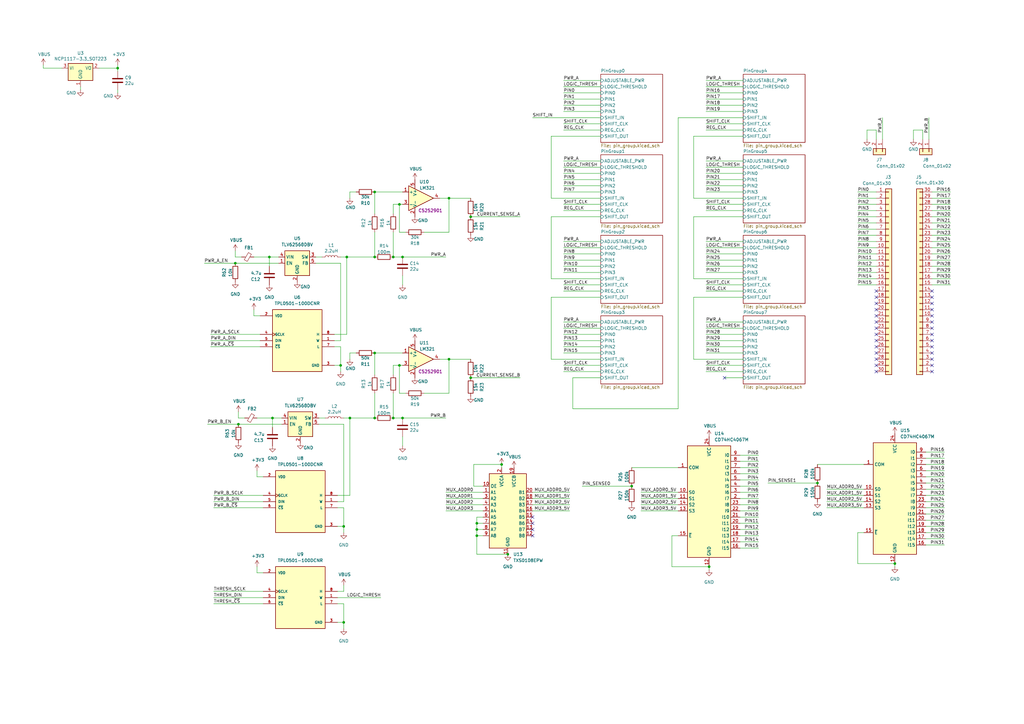
<source format=kicad_sch>
(kicad_sch (version 20231120) (generator "eeschema") (generator_version "8.0")
  (paper "A3")
  (junction (at 153.67 105.41))
  (junction (at -257.81 132.08))
  (junction (at 207.01 -142.24))
  (junction (at 208.28 227.33))
  (junction (at 66.675 -60.96))
  (junction (at -40.64 -86.36))
  (junction (at -158.75 118.11))
  (junction (at -198.12 82.55))
  (junction (at -256.54 50.8))
  (junction (at -166.37 2.54))
  (junction (at 165.1 105.41))
  (junction (at 45.085 -60.96))
  (junction (at 201.93 -142.24))
  (junction (at 96.52 107.95))
  (junction (at 165.1 171.45))
  (junction (at -207.01 80.01))
  (junction (at -210.82 26.67))
  (junction (at 204.47 -142.24))
  (junction (at -236.22 121.92))
  (junction (at 199.39 -142.24))
  (junction (at 111.76 171.45))
  (junction (at 139.7 149.86))
  (junction (at 205.74 190.5))
  (junction (at -236.22 132.08))
  (junction (at 217.17 -142.24))
  (junction (at 153.67 78.74))
  (junction (at 161.29 105.41))
  (junction (at 193.04 88.9))
  (junction (at -179.07 118.11))
  (junction (at 153.67 144.78))
  (junction (at -186.69 -11.43))
  (junction (at -208.28 -11.43))
  (junction (at 182.88 -142.24))
  (junction (at 367.03 231.14))
  (junction (at -210.82 101.6))
  (junction (at 213.36 -142.24))
  (junction (at -196.85 -7.62))
  (junction (at 259.08 199.39))
  (junction (at 110.49 105.41))
  (junction (at 140.97 215.9))
  (junction (at 48.26 27.94))
  (junction (at -199.39 19.05))
  (junction (at -163.83 118.11))
  (junction (at 196.85 -142.24))
  (junction (at 193.04 154.94))
  (junction (at 180.34 -147.32))
  (junction (at 180.34 -142.24))
  (junction (at 290.83 232.41))
  (junction (at 184.15 147.32))
  (junction (at -153.67 2.54))
  (junction (at -173.99 118.11))
  (junction (at 142.24 105.41))
  (junction (at -208.28 1.27))
  (junction (at 163.83 83.82))
  (junction (at 163.83 149.86))
  (junction (at 97.79 173.99))
  (junction (at 195.58 214.63))
  (junction (at 209.55 -142.24))
  (junction (at 217.17 -147.32))
  (junction (at -161.29 118.11))
  (junction (at 66.675 -71.12))
  (junction (at 161.29 171.45))
  (junction (at -168.91 118.11))
  (junction (at 143.51 171.45))
  (junction (at -210.82 19.05))
  (junction (at -166.37 118.11))
  (junction (at 153.67 171.45))
  (junction (at 195.58 217.17))
  (junction (at -222.25 91.44))
  (junction (at -207.01 68.58))
  (junction (at -156.21 2.54))
  (junction (at -196.85 1.27))
  (junction (at 195.58 219.71))
  (junction (at 140.97 255.27))
  (junction (at 184.15 81.28))
  (junction (at -236.22 91.44))
  (junction (at -171.45 118.11))
  (junction (at -151.13 2.54))
  (junction (at 335.28 198.12))
  (junction (at -201.93 99.06))
  (no_connect (at 382.27 124.46))
  (no_connect (at 359.41 144.78))
  (no_connect (at 359.41 142.24))
  (no_connect (at -133.35 100.33))
  (no_connect (at -133.35 105.41))
  (no_connect (at 382.27 134.62))
  (no_connect (at 359.41 119.38))
  (no_connect (at 359.41 121.92))
  (no_connect (at 382.27 149.86))
  (no_connect (at 359.41 132.08))
  (no_connect (at -133.35 41.91))
  (no_connect (at 359.41 147.32))
  (no_connect (at -133.35 39.37))
  (no_connect (at -133.35 54.61))
  (no_connect (at 382.27 147.32))
  (no_connect (at 359.41 149.86))
  (no_connect (at -133.35 82.55))
  (no_connect (at 359.41 139.7))
  (no_connect (at 382.27 119.38))
  (no_connect (at 359.41 127))
  (no_connect (at -133.35 52.07))
  (no_connect (at 359.41 152.4))
  (no_connect (at -133.35 95.25))
  (no_connect (at 382.27 139.7))
  (no_connect (at 382.27 132.08))
  (no_connect (at -133.35 46.99))
  (no_connect (at -133.35 97.79))
  (no_connect (at -133.35 92.71))
  (no_connect (at 218.44 212.09))
  (no_connect (at 382.27 152.4))
  (no_connect (at 382.27 142.24))
  (no_connect (at 359.41 137.16))
  (no_connect (at -133.35 44.45))
  (no_connect (at 218.44 214.63))
  (no_connect (at -133.35 36.83))
  (no_connect (at 382.27 121.92))
  (no_connect (at 297.18 154.94))
  (no_connect (at 382.27 129.54))
  (no_connect (at -246.38 44.45))
  (no_connect (at 359.41 124.46))
  (no_connect (at -30.48 -92.71))
  (no_connect (at 218.44 219.71))
  (no_connect (at -133.35 85.09))
  (no_connect (at -133.35 49.53))
  (no_connect (at -133.35 69.85))
  (no_connect (at 359.41 134.62))
  (no_connect (at 359.41 129.54))
  (no_connect (at 218.44 217.17))
  (no_connect (at 382.27 127))
  (no_connect (at -133.35 90.17))
  (no_connect (at -133.35 77.47))
  (no_connect (at 382.27 137.16))
  (no_connect (at 382.27 144.78))
  (no_connect (at -133.35 87.63))
  (no_connect (at -133.35 74.93))
  (no_connect (at -133.35 72.39))
  (wire (pts (xy 289.56 134.62) (xy 304.8 134.62)))
  (wire (pts (xy 289.56 86.36) (xy 304.8 86.36)))
  (wire (pts (xy 140.97 173.99) (xy 140.97 205.74)))
  (wire (pts (xy 139.7 149.86) (xy 139.7 152.4)))
  (wire (pts (xy 76.2 -113.03) (xy 92.71 -113.03)))
  (wire (pts (xy 289.56 119.38) (xy 304.8 119.38)))
  (wire (pts (xy 259.08 199.39) (xy 238.76 199.39)))
  (wire (pts (xy 233.68 209.55) (xy 218.44 209.55)))
  (wire (pts (xy 379.73 223.52) (xy 387.35 223.52)))
  (wire (pts (xy 168.91 -44.45) (xy 154.94 -44.45)))
  (wire (pts (xy -257.81 132.08) (xy -257.81 134.62)))
  (wire (pts (xy 303.53 224.79) (xy 311.15 224.79)))
  (wire (pts (xy 359.41 101.6) (xy 351.79 101.6)))
  (wire (pts (xy 359.41 81.28) (xy 351.79 81.28)))
  (wire (pts (xy 231.14 33.02) (xy 246.38 33.02)))
  (wire (pts (xy 184.15 147.32) (xy 193.04 147.32)))
  (wire (pts (xy 359.41 78.74) (xy 351.79 78.74)))
  (wire (pts (xy 153.67 161.29) (xy 153.67 171.45)))
  (wire (pts (xy 232.41 -40.64) (xy 252.73 -40.64)))
  (wire (pts (xy -236.22 91.44) (xy -236.22 99.06)))
  (wire (pts (xy 165.1 182.88) (xy 165.1 179.07)))
  (wire (pts (xy -257.81 121.92) (xy -257.81 132.08)))
  (wire (pts (xy 382.27 88.9) (xy 389.89 88.9)))
  (wire (pts (xy -173.99 -11.43) (xy -173.99 6.35)))
  (wire (pts (xy 201.93 -129.54) (xy 201.93 -142.24)))
  (wire (pts (xy 231.14 43.18) (xy 246.38 43.18)))
  (wire (pts (xy -207.01 68.58) (xy -198.12 68.58)))
  (wire (pts (xy 165.1 171.45) (xy 182.88 171.45)))
  (wire (pts (xy 171.45 -138.43) (xy 171.45 -137.16)))
  (wire (pts (xy -38.1 -86.36) (xy -40.64 -86.36)))
  (wire (pts (xy 48.26 36.83) (xy 48.26 38.1)))
  (wire (pts (xy 87.63 245.11) (xy 107.95 245.11)))
  (wire (pts (xy 379.73 185.42) (xy 387.35 185.42)))
  (wire (pts (xy 137.16 137.16) (xy 142.24 137.16)))
  (wire (pts (xy 289.56 152.4) (xy 304.8 152.4)))
  (wire (pts (xy 140.97 255.27) (xy 140.97 257.81)))
  (wire (pts (xy -201.93 85.09) (xy -194.31 85.09)))
  (wire (pts (xy -168.91 2.54) (xy -166.37 2.54)))
  (wire (pts (xy 289.56 106.68) (xy 304.8 106.68)))
  (wire (pts (xy 289.56 83.82) (xy 304.8 83.82)))
  (wire (pts (xy 217.17 -152.4) (xy 217.17 -147.32)))
  (wire (pts (xy -186.69 -11.43) (xy -186.69 -6.35)))
  (wire (pts (xy 17.78 27.94) (xy 25.4 27.94)))
  (wire (pts (xy -236.22 123.19) (xy -236.22 121.92)))
  (wire (pts (xy -255.27 121.92) (xy -257.81 121.92)))
  (wire (pts (xy 359.41 53.34) (xy 355.6 53.34)))
  (wire (pts (xy -196.85 102.87) (xy -194.31 102.87)))
  (wire (pts (xy -220.98 46.99) (xy -194.31 46.99)))
  (wire (pts (xy 143.51 78.74) (xy 143.51 81.28)))
  (wire (pts (xy 232.41 -78.74) (xy 247.65 -78.74)))
  (wire (pts (xy 55.245 -60.96) (xy 66.675 -60.96)))
  (wire (pts (xy 379.73 215.9) (xy 387.35 215.9)))
  (wire (pts (xy 351.79 218.44) (xy 351.79 231.14)))
  (wire (pts (xy 289.56 137.16) (xy 304.8 137.16)))
  (wire (pts (xy 137.16 139.7) (xy 139.7 139.7)))
  (wire (pts (xy 153.67 78.74) (xy 153.67 87.63)))
  (wire (pts (xy 289.56 50.8) (xy 304.8 50.8)))
  (wire (pts (xy 289.56 73.66) (xy 304.8 73.66)))
  (wire (pts (xy 226.06 121.92) (xy 226.06 147.32)))
  (wire (pts (xy 217.17 -147.32) (xy 226.06 -147.32)))
  (wire (pts (xy 191.77 -142.24) (xy 196.85 -142.24)))
  (wire (pts (xy 351.79 218.44) (xy 354.33 218.44)))
  (wire (pts (xy 379.73 208.28) (xy 387.35 208.28)))
  (wire (pts (xy 130.81 171.45) (xy 133.35 171.45)))
  (wire (pts (xy 359.41 86.36) (xy 351.79 86.36)))
  (wire (pts (xy -215.9 77.47) (xy -210.82 77.47)))
  (wire (pts (xy 102.87 -123.19) (xy 102.87 -120.65)))
  (wire (pts (xy 374.65 53.34) (xy 374.65 57.15)))
  (wire (pts (xy -161.29 118.11) (xy -158.75 118.11)))
  (wire (pts (xy 379.73 203.2) (xy 387.35 203.2)))
  (wire (pts (xy 168.91 -110.49) (xy 154.94 -110.49)))
  (wire (pts (xy -210.82 19.05) (xy -199.39 19.05)))
  (wire (pts (xy 195.58 214.63) (xy 195.58 217.17)))
  (wire (pts (xy 379.73 193.04) (xy 387.35 193.04)))
  (wire (pts (xy 232.41 -73.66) (xy 247.65 -73.66)))
  (wire (pts (xy -133.35 107.95) (xy -111.76 107.95)))
  (wire (pts (xy 382.27 96.52) (xy 389.89 96.52)))
  (wire (pts (xy -199.39 19.05) (xy -194.31 19.05)))
  (wire (pts (xy 111.76 171.45) (xy 111.76 175.26)))
  (wire (pts (xy 218.44 48.26) (xy 246.38 48.26)))
  (wire (pts (xy 47.625 -71.12) (xy 45.085 -71.12)))
  (wire (pts (xy 262.89 209.55) (xy 278.13 209.55)))
  (wire (pts (xy 382.27 109.22) (xy 389.89 109.22)))
  (wire (pts (xy 196.85 -129.54) (xy 196.85 -142.24)))
  (wire (pts (xy 153.67 144.78) (xy 165.1 144.78)))
  (wire (pts (xy -24.13 -105.41) (xy -24.13 -102.87)))
  (wire (pts (xy -133.35 29.21) (xy -104.14 29.21)))
  (wire (pts (xy -171.45 118.11) (xy -168.91 118.11)))
  (wire (pts (xy 335.28 190.5) (xy 354.33 190.5)))
  (wire (pts (xy -256.54 50.8) (xy -256.54 52.07)))
  (wire (pts (xy 232.41 -101.6) (xy 247.65 -101.6)))
  (wire (pts (xy 259.08 191.77) (xy 278.13 191.77)))
  (wire (pts (xy 182.88 -142.24) (xy 180.34 -142.24)))
  (wire (pts (xy -168.91 2.54) (xy -168.91 6.35)))
  (wire (pts (xy 284.48 147.32) (xy 304.8 147.32)))
  (wire (pts (xy 289.56 35.56) (xy 304.8 35.56)))
  (wire (pts (xy -153.67 2.54) (xy -151.13 2.54)))
  (wire (pts (xy 182.88 -129.54) (xy 182.88 -142.24)))
  (wire (pts (xy 195.58 214.63) (xy 198.12 214.63)))
  (wire (pts (xy 234.95 167.64) (xy 278.13 167.64)))
  (wire (pts (xy 191.77 -129.54) (xy 191.77 -142.24)))
  (wire (pts (xy 226.06 81.28) (xy 246.38 81.28)))
  (wire (pts (xy 382.27 101.6) (xy 389.89 101.6)))
  (wire (pts (xy 284.48 81.28) (xy 304.8 81.28)))
  (wire (pts (xy -168.91 118.11) (xy -166.37 118.11)))
  (wire (pts (xy 153.67 95.25) (xy 153.67 105.41)))
  (wire (pts (xy 138.43 208.28) (xy 140.97 208.28)))
  (wire (pts (xy 154.94 -99.06) (xy 168.91 -99.06)))
  (wire (pts (xy 284.48 114.3) (xy 304.8 114.3)))
  (wire (pts (xy 232.41 -88.9) (xy 247.65 -88.9)))
  (wire (pts (xy -210.82 26.67) (xy -199.39 26.67)))
  (wire (pts (xy 289.56 101.6) (xy 304.8 101.6)))
  (wire (pts (xy 232.41 -91.44) (xy 247.65 -91.44)))
  (wire (pts (xy -198.12 13.97) (xy -194.31 13.97)))
  (wire (pts (xy -236.22 132.08) (xy -196.85 132.08)))
  (wire (pts (xy -194.31 118.11) (xy -179.07 118.11)))
  (wire (pts (xy 142.24 105.41) (xy 153.67 105.41)))
  (wire (pts (xy -208.28 1.27) (xy -196.85 1.27)))
  (wire (pts (xy 284.48 121.92) (xy 304.8 121.92)))
  (wire (pts (xy 231.14 38.1) (xy 246.38 38.1)))
  (wire (pts (xy 289.56 66.04) (xy 304.8 66.04)))
  (wire (pts (xy 180.34 147.32) (xy 184.15 147.32)))
  (wire (pts (xy 359.41 88.9) (xy 351.79 88.9)))
  (wire (pts (xy 143.51 171.45) (xy 143.51 203.2)))
  (wire (pts (xy 284.48 55.88) (xy 304.8 55.88)))
  (wire (pts (xy 195.58 217.17) (xy 195.58 219.71)))
  (wire (pts (xy -236.22 99.06) (xy -232.41 99.06)))
  (wire (pts (xy 180.34 81.28) (xy 184.15 81.28)))
  (wire (pts (xy 289.56 111.76) (xy 304.8 111.76)))
  (wire (pts (xy 289.56 104.14) (xy 304.8 104.14)))
  (wire (pts (xy 289.56 109.22) (xy 304.8 109.22)))
  (wire (pts (xy 173.99 161.29) (xy 184.15 161.29)))
  (wire (pts (xy 184.15 81.28) (xy 193.04 81.28)))
  (wire (pts (xy 238.76 -127) (xy 238.76 -121.92)))
  (wire (pts (xy 184.15 81.28) (xy 184.15 95.25)))
  (wire (pts (xy -133.35 16.51) (xy -104.14 16.51)))
  (wire (pts (xy 231.14 119.38) (xy 246.38 119.38)))
  (wire (pts (xy 138.43 245.11) (xy 156.21 245.11)))
  (wire (pts (xy 171.45 -146.05) (xy 171.45 -147.32)))
  (wire (pts (xy 138.43 215.9) (xy 140.97 215.9)))
  (wire (pts (xy 168.91 -46.99) (xy 154.94 -46.99)))
  (wire (pts (xy 92.71 -105.41) (xy 76.2 -105.41)))
  (wire (pts (xy 173.99 95.25) (xy 184.15 95.25)))
  (wire (pts (xy -196.85 102.87) (xy -196.85 132.08)))
  (wire (pts (xy 232.41 -104.14) (xy 247.65 -104.14)))
  (wire (pts (xy -166.37 118.11) (xy -163.83 118.11)))
  (wire (pts (xy 163.83 83.82) (xy 163.83 95.25)))
  (wire (pts (xy 96.52 105.41) (xy 99.06 105.41)))
  (wire (pts (xy 87.63 242.57) (xy 107.95 242.57)))
  (wire (pts (xy 71.755 -66.04) (xy 73.025 -66.04)))
  (wire (pts (xy 193.04 88.9) (xy 213.36 88.9)))
  (wire (pts (xy 289.56 76.2) (xy 304.8 76.2)))
  (wire (pts (xy 217.17 -142.24) (xy 217.17 -129.54)))
  (wire (pts (xy 289.56 78.74) (xy 304.8 78.74)))
  (wire (pts (xy -220.98 39.37) (xy -218.44 41.91)))
  (wire (pts (xy 110.49 105.41) (xy 114.3 105.41)))
  (wire (pts (xy 201.93 -142.24) (xy 204.47 -142.24)))
  (wire (pts (xy -256.54 49.53) (xy -256.54 50.8)))
  (wire (pts (xy 335.28 198.12) (xy 314.96 198.12)))
  (wire (pts (xy 232.41 -60.96) (xy 247.65 -60.96)))
  (wire (pts (xy 382.27 114.3) (xy 389.89 114.3)))
  (wire (pts (xy 198.12 204.47) (xy 182.88 204.47)))
  (wire (pts (xy 67.31 -115.57) (xy 92.71 -115.57)))
  (wire (pts (xy -218.44 41.91) (xy -194.31 41.91)))
  (wire (pts (xy -246.38 41.91) (xy -220.98 41.91)))
  (wire (pts (xy 231.14 53.34) (xy 246.38 53.34)))
  (wire (pts (xy -156.21 2.54) (xy -153.67 2.54)))
  (wire (pts (xy 40.64 27.94) (xy 48.26 27.94)))
  (wire (pts (xy 232.41 -55.88) (xy 247.65 -55.88)))
  (wire (pts (xy 161.29 83.82) (xy 161.29 87.63)))
  (wire (pts (xy -38.1 -87.63) (xy -38.1 -86.36)))
  (wire (pts (xy -212.09 96.52) (xy -204.47 96.52)))
  (wire (pts (xy -133.35 31.75) (xy -104.14 31.75)))
  (wire (pts (xy -246.38 39.37) (xy -220.98 39.37)))
  (wire (pts (xy 137.16 142.24) (xy 139.7 142.24)))
  (wire (pts (xy 83.82 107.95) (xy 96.52 107.95)))
  (wire (pts (xy 232.41 -83.82) (xy 247.65 -83.82)))
  (wire (pts (xy -158.75 118.11) (xy -156.21 118.11)))
  (wire (pts (xy 140.97 208.28) (xy 140.97 215.9)))
  (wire (pts (xy 231.14 134.62) (xy 246.38 134.62)))
  (wire (pts (xy 217.17 -147.32) (xy 217.17 -142.24)))
  (wire (pts (xy 96.52 107.95) (xy 114.3 107.95)))
  (wire (pts (xy 289.56 53.34) (xy 304.8 53.34)))
  (wire (pts (xy 231.14 152.4) (xy 246.38 152.4)))
  (wire (pts (xy 140.97 247.65) (xy 140.97 255.27)))
  (wire (pts (xy 359.41 114.3) (xy 351.79 114.3)))
  (wire (pts (xy 382.27 99.06) (xy 389.89 99.06)))
  (wire (pts (xy 154.94 -101.6) (xy 168.91 -101.6)))
  (wire (pts (xy 238.76 -127) (xy 243.84 -127)))
  (wire (pts (xy 140.97 215.9) (xy 140.97 218.44)))
  (wire (pts (xy 105.41 171.45) (xy 111.76 171.45)))
  (wire (pts (xy 204.47 -142.24) (xy 207.01 -142.24)))
  (wire (pts (xy 382.27 104.14) (xy 389.89 104.14)))
  (wire (pts (xy 102.87 -94.615) (xy 102.87 -95.25)))
  (wire (pts (xy 303.53 212.09) (xy 311.15 212.09)))
  (wire (pts (xy 232.41 -99.06) (xy 247.65 -99.06)))
  (wire (pts (xy 379.73 210.82) (xy 387.35 210.82)))
  (wire (pts (xy 104.14 127) (xy 104.14 129.54)))
  (wire (pts (xy 232.41 -43.18) (xy 252.73 -43.18)))
  (wire (pts (xy 233.68 204.47) (xy 218.44 204.47)))
  (wire (pts (xy 379.73 218.44) (xy 387.35 218.44)))
  (wire (pts (xy 232.41 -68.58) (xy 247.65 -68.58)))
  (wire (pts (xy 289.56 43.18) (xy 304.8 43.18)))
  (wire (pts (xy 130.81 173.99) (xy 140.97 173.99)))
  (wire (pts (xy 161.29 149.86) (xy 163.83 149.86)))
  (wire (pts (xy 163.83 149.86) (xy 165.1 149.86)))
  (wire (pts (xy 303.53 204.47) (xy 311.15 204.47)))
  (wire (pts (xy 355.6 53.34) (xy 355.6 57.15)))
  (wire (pts (xy 154.94 -106.68) (xy 168.91 -106.68)))
  (wire (pts (xy 232.41 -119.38) (xy 243.84 -119.38)))
  (wire (pts (xy 153.67 78.74) (xy 165.1 78.74)))
  (wire (pts (xy 232.41 -76.2) (xy 247.65 -76.2)))
  (wire (pts (xy 139.7 142.24) (xy 139.7 149.86)))
  (wire (pts (xy 231.14 68.58) (xy 246.38 68.58)))
  (wire (pts (xy -247.65 121.92) (xy -236.22 121.92)))
  (wire (pts (xy 381 48.26) (xy 381 57.15)))
  (wire (pts (xy -218.44 39.37) (xy -220.98 41.91)))
  (wire (pts (xy -207.01 76.2) (xy -207.01 80.01)))
  (wire (pts (xy 226.06 -146.05) (xy 226.06 -147.32)))
  (wire (pts (xy 165.1 116.84) (xy 165.1 113.03)))
  (wire (pts (xy 161.29 161.29) (xy 161.29 171.45)))
  (wire (pts (xy 382.27 78.74) (xy 389.89 78.74)))
  (wire (pts (xy 303.53 209.55) (xy 311.15 209.55)))
  (wire (pts (xy 303.53 191.77) (xy 311.15 191.77)))
  (wire (pts (xy 187.96 -129.54) (xy 187.96 -142.24)))
  (wire (pts (xy 17.78 26.67) (xy 17.78 27.94)))
  (wire (pts (xy 232.41 -48.26) (xy 247.65 -48.26)))
  (wire (pts (xy 226.06 55.88) (xy 246.38 55.88)))
  (wire (pts (xy 92.71 -110.49) (xy 76.2 -110.49)))
  (wire (pts (xy 379.73 198.12) (xy 387.35 198.12)))
  (wire (pts (xy 213.36 -129.54) (xy 213.36 -142.24)))
  (wire (pts (xy 232.41 -121.92) (xy 238.76 -121.92)))
  (wire (pts (xy -176.53 -7.62) (xy -176.53 6.35)))
  (wire (pts (xy 231.14 50.8) (xy 246.38 50.8)))
  (wire (pts (xy 168.91 -58.42) (xy 154.94 -58.42)))
  (wire (pts (xy 382.27 81.28) (xy 389.89 81.28)))
  (wire (pts (xy 359.41 111.76) (xy 351.79 111.76)))
  (wire (pts (xy 194.31 199.39) (xy 198.12 199.39)))
  (wire (pts (xy 278.13 48.26) (xy 278.13 167.64)))
  (wire (pts (xy -151.13 2.54) (xy -151.13 6.35)))
  (wire (pts (xy 198.12 209.55) (xy 182.88 209.55)))
  (wire (pts (xy 168.91 -71.12) (xy 154.94 -71.12)))
  (wire (pts (xy 86.36 142.24) (xy 106.68 142.24)))
  (wire (pts (xy 359.41 106.68) (xy 351.79 106.68)))
  (wire (pts (xy -236.22 91.44) (xy -222.25 91.44)))
  (wire (pts (xy 233.68 207.01) (xy 218.44 207.01)))
  (wire (pts (xy 231.14 149.86) (xy 246.38 149.86)))
  (wire (pts (xy 303.53 189.23) (xy 311.15 189.23)))
  (wire (pts (xy -200.66 52.07) (xy -194.31 52.07)))
  (wire (pts (xy 111.76 171.45) (xy 115.57 171.45)))
  (wire (pts (xy 87.63 247.65) (xy 107.95 247.65)))
  (wire (pts (xy -215.9 68.58) (xy -207.01 68.58)))
  (wire (pts (xy 278.13 48.26) (xy 304.8 48.26)))
  (wire (pts (xy 205.74 190.5) (xy 205.74 191.77)))
  (wire (pts (xy 96.52 102.87) (xy 96.52 105.41)))
  (wire (pts (xy 226.06 147.32) (xy 246.38 147.32)))
  (wire (pts (xy 232.41 -81.28) (xy 247.65 -81.28)))
  (wire (pts (xy -208.28 -11.43) (xy -186.69 -11.43)))
  (wire (pts (xy 138.43 203.2) (xy 143.51 203.2)))
  (wire (pts (xy 303.53 196.85) (xy 311.15 196.85)))
  (wire (pts (xy 195.58 217.17) (xy 198.12 217.17)))
  (wire (pts (xy 303.53 207.01) (xy 311.15 207.01)))
  (wire (pts (xy 139.7 105.41) (xy 142.24 105.41)))
  (wire (pts (xy 137.16 149.86) (xy 139.7 149.86)))
  (wire (pts (xy -133.35 19.05) (xy -104.14 19.05)))
  (wire (pts (xy 163.83 149.86) (xy 163.83 161.29)))
  (wire (pts (xy 209.55 -142.24) (xy 213.36 -142.24)))
  (wire (pts (xy -156.21 2.54) (xy -156.21 6.35)))
  (wire (pts (xy -245.11 91.44) (xy -236.22 91.44)))
  (wire (pts (xy -247.65 132.08) (xy -236.22 132.08)))
  (wire (pts (xy 382.27 86.36) (xy 389.89 86.36)))
  (wire (pts (xy 195.58 227.33) (xy 208.28 227.33)))
  (wire (pts (xy -236.22 121.92) (xy -199.39 121.92)))
  (wire (pts (xy -199.39 92.71) (xy -199.39 121.92)))
  (wire (pts (xy -208.28 -11.43) (xy -208.28 -6.35)))
  (wire (pts (xy -215.9 76.2) (xy -215.9 77.47)))
  (wire (pts (xy 289.56 99.06) (xy 304.8 99.06)))
  (wire (pts (xy 231.14 111.76) (xy 246.38 111.76)))
  (wire (pts (xy -196.85 -7.62) (xy -176.53 -7.62)))
  (wire (pts (xy 232.41 -93.98) (xy 247.65 -93.98)))
  (wire (pts (xy 232.41 -106.68) (xy 247.65 -106.68)))
  (wire (pts (xy 232.41 -71.12) (xy 247.65 -71.12)))
  (wire (pts (xy 303.53 186.69) (xy 311.15 186.69)))
  (wire (pts (xy 45.085 -60.96) (xy 45.085 -58.42)))
  (wire (pts (xy 231.14 78.74) (xy 246.38 78.74)))
  (wire (pts (xy -201.93 85.09) (xy -201.93 99.06)))
  (wire (pts (xy 97.79 173.99) (xy 115.57 173.99)))
  (wire (pts (xy 262.89 201.93) (xy 278.13 201.93)))
  (wire (pts (xy 251.46 -119.38) (xy 265.43 -119.38)))
  (wire (pts (xy 195.58 219.71) (xy 198.12 219.71)))
  (wire (pts (xy 138.43 255.27) (xy 140.97 255.27)))
  (wire (pts (xy 289.56 132.08) (xy 304.8 132.08)))
  (wire (pts (xy -224.79 -11.43) (xy -208.28 -11.43)))
  (wire (pts (xy 232.41 -86.36) (xy 247.65 -86.36)))
  (wire (pts (xy 129.54 105.41) (xy 132.08 105.41)))
  (wire (pts (xy 66.675 -60.96) (xy 80.645 -60.96)))
  (wire (pts (xy 275.59 219.71) (xy 275.59 232.41)))
  (wire (pts (xy 361.95 48.26) (xy 361.95 57.15)))
  (wire (pts (xy 303.53 201.93) (xy 311.15 201.93)))
  (wire (pts (xy 163.83 161.29) (xy 166.37 161.29)))
  (wire (pts (xy 382.27 111.76) (xy 389.89 111.76)))
  (wire (pts (xy 289.56 139.7) (xy 304.8 139.7)))
  (wire (pts (xy 289.56 45.72) (xy 304.8 45.72)))
  (wire (pts (xy 232.41 -53.34) (xy 247.65 -53.34)))
  (wire (pts (xy 55.245 -71.12) (xy 66.675 -71.12)))
  (wire (pts (xy 226.06 88.9) (xy 246.38 88.9)))
  (wire (pts (xy 231.14 104.14) (xy 246.38 104.14)))
  (wire (pts (xy -254 49.53) (xy -254 50.8)))
  (wire (pts (xy 187.96 -27.94) (xy 187.96 -25.4)))
  (wire (pts (xy 88.265 -60.96) (xy 98.425 -60.96)))
  (wire (pts (xy -133.35 21.59) (xy -104.14 21.59)))
  (wire (pts (xy 359.41 99.06) (xy 351.79 99.06)))
  (wire (pts (xy 105.41 193.04) (xy 105.41 195.58)))
  (wire (pts (xy 142.24 105.41) (xy 142.24 137.16)))
  (wire (pts (xy -196.85 1.27) (xy -186.69 1.27)))
  (wire (pts (xy 234.95 154.94) (xy 246.38 154.94)))
  (wire (pts (xy 359.41 93.98) (xy 351.79 93.98)))
  (wire (pts (xy 138.43 247.65) (xy 140.97 247.65)))
  (wire (pts (xy 194.31 190.5) (xy 194.31 199.39)))
  (wire (pts (xy 231.14 142.24) (xy 246.38 142.24)))
  (wire (pts (xy -30.48 -95.25) (xy -12.7 -95.25)))
  (wire (pts (xy 232.41 -63.5) (xy 247.65 -63.5)))
  (wire (pts (xy 153.67 144.78) (xy 153.67 153.67)))
  (wire (pts (xy 379.73 200.66) (xy 387.35 200.66)))
  (wire (pts (xy 303.53 214.63) (xy 311.15 214.63)))
  (wire (pts (xy 226.06 121.92) (xy 246.38 121.92)))
  (wire (pts (xy 232.41 -35.56) (xy 252.73 -35.56)))
  (wire (pts (xy 382.27 106.68) (xy 389.89 106.68)))
  (wire (pts (xy 234.95 154.94) (xy 234.95 167.64)))
  (wire (pts (xy 284.48 121.92) (xy 284.48 147.32)))
  (wire (pts (xy -30.48 -97.79) (xy -12.7 -97.79)))
  (wire (pts (xy 226.06 -138.43) (xy 226.06 -137.16)))
  (wire (pts (xy 154.94 -104.14) (xy 168.91 -104.14)))
  (wire (pts (xy 378.46 53.34) (xy 378.46 57.15)))
  (wire (pts (xy -194.31 39.37) (xy -218.44 39.37)))
  (wire (pts (xy 226.06 88.9) (xy 226.06 114.3)))
  (wire (pts (xy 359.41 96.52) (xy 351.79 96.52)))
  (wire (pts (xy 184.15 147.32) (xy 184.15 161.29)))
  (wire (pts (xy 379.73 190.5) (xy 387.35 190.5)))
  (wire (pts (xy 231.14 76.2) (xy 246.38 76.2)))
  (wire (pts (xy 359.41 53.34) (xy 359.41 57.15)))
  (wire (pts (xy -166.37 2.54) (xy -166.37 6.35)))
  (wire (pts (xy 60.325 -66.04) (xy 61.595 -66.04)))
  (wire (pts (xy 382.27 116.84) (xy 389.89 116.84)))
  (wire (pts (xy 359.41 91.44) (xy 351.79 91.44)))
  (wire (pts (xy 48.26 27.94) (xy 48.26 29.21)))
  (wire (pts (xy 110.49 105.41) (xy 110.49 109.22)))
  (wire (pts (xy 140.97 240.03) (xy 140.97 242.57)))
  (wire (pts (xy 143.51 144.78) (xy 146.05 144.78)))
  (wire (pts (xy -198.12 76.2) (xy -198.12 82.55)))
  (wire (pts (xy 139.7 107.95) (xy 139.7 139.7)))
  (wire (pts (xy 104.14 105.41) (xy 110.49 105.41)))
  (wire (pts (xy 379.73 213.36) (xy 387.35 213.36)))
  (wire (pts (xy 194.31 190.5) (xy 205.74 190.5)))
  (wire (pts (xy -198.12 82.55) (xy -194.31 82.55)))
  (wire (pts (xy 97.79 168.91) (xy 97.79 171.45)))
  (wire (pts (xy 66.675 -62.23) (xy 66.675 -60.96)))
  (wire (pts (xy 143.51 171.45) (xy 153.67 171.45)))
  (wire (pts (xy 379.73 195.58) (xy 387.35 195.58)))
  (wire (pts (xy -40.64 -87.63) (xy -40.64 -86.36)))
  (wire (pts (xy 161.29 171.45) (xy 165.1 171.45)))
  (wire (pts (xy 232.41 -38.1) (xy 252.73 -38.1)))
  (wire (pts (xy 289.56 33.02) (xy 304.8 33.02)))
  (wire (pts (xy -158.75 2.54) (xy -156.21 2.54)))
  (wire (pts (xy 161.29 149.86) (xy 161.29 153.67)))
  (wire (pts (xy 231.14 101.6) (xy 246.38 101.6)))
  (wire (pts (xy 231.14 137.16) (xy 246.38 137.16)))
  (wire (pts (xy 86.36 137.16) (xy 106.68 137.16)))
  (wire (pts (xy 204.47 -129.54) (xy 204.47 -142.24)))
  (wire (pts (xy 92.71 -107.95) (xy 76.2 -107.95)))
  (wire (pts (xy 378.46 53.34) (xy 374.65 53.34)))
  (wire (pts (xy 231.14 109.22) (xy 246.38 109.22)))
  (wire (pts (xy 379.73 205.74) (xy 387.35 205.74)))
  (wire (pts (xy 303.53 199.39) (xy 311.15 199.39)))
  (wire (pts (xy 289.56 38.1) (xy 304.8 38.1)))
  (wire (pts (xy 359.41 109.22) (xy 351.79 109.22)))
  (wire (pts (xy 196.85 -142.24) (xy 199.39 -142.24)))
  (wire (pts (xy 161.29 105.41) (xy 165.1 105.41)))
  (wire (pts (xy 297.18 154.94) (xy 304.8 154.94)))
  (wire (pts (xy 359.41 104.14) (xy 351.79 104.14)))
  (wire (pts (xy 195.58 212.09) (xy 198.12 212.09)))
  (wire (pts (xy 379.73 187.96) (xy 387.35 187.96)))
  (wire (pts (xy -233.68 96.52) (xy -232.41 96.52)))
  (wire (pts (xy 180.34 -147.32) (xy 180.34 -142.24)))
  (wire (pts (xy 180.34 -142.24) (xy 180.34 -129.54)))
  (wire (pts (xy 231.14 45.72) (xy 246.38 45.72)))
  (wire (pts (xy 213.36 -142.24) (xy 217.17 -142.24)))
  (wire (pts (xy 303.53 217.17) (xy 311.15 217.17)))
  (wire (pts (xy 339.09 205.74) (xy 354.33 205.74)))
  (wire (pts (xy 289.56 40.64) (xy 304.8 40.64)))
  (wire (pts (xy 138.43 242.57) (xy 140.97 242.57)))
  (wire (pts (xy 231.14 99.06) (xy 246.38 99.06)))
  (wire (pts (xy 231.14 40.64) (xy 246.38 40.64)))
  (wire (pts (xy -231.14 127) (xy -229.87 127)))
  (wire (pts (xy 284.48 88.9) (xy 284.48 114.3)))
  (wire (pts (xy 303.53 222.25) (xy 311.15 222.25)))
  (wire (pts (xy 231.14 71.12) (xy 246.38 71.12)))
  (wire (pts (xy 289.56 142.24) (xy 304.8 142.24)))
  (wire (pts (xy -133.35 13.97) (xy -104.14 13.97)))
  (wire (pts (xy 97.79 171.45) (xy 100.33 171.45)))
  (wire (pts (xy 233.68 201.93) (xy 218.44 201.93)))
  (wire (pts (xy 161.29 95.25) (xy 161.29 105.41)))
  (wire (pts (xy 359.41 83.82) (xy 351.79 83.82)))
  (wire (pts (xy 207.01 -129.54) (xy 207.01 -142.24)))
  (wire (pts (xy -40.64 -86.36) (xy -40.64 -85.09)))
  (wire (pts (xy 231.14 35.56) (xy 246.38 35.56)))
  (wire (pts (xy 199.39 -129.54) (xy 199.39 -142.24)))
  (wire (pts (xy 232.41 -66.04) (xy 247.65 -66.04)))
  (wire (pts (xy 207.01 -142.24) (xy 209.55 -142.24)))
  (wire (pts (xy 163.83 95.25) (xy 166.37 95.25)))
  (wire (pts (xy 232.41 -58.42) (xy 247.65 -58.42)))
  (wire (pts (xy -213.36 52.07) (xy -208.28 52.07)))
  (wire (pts (xy -212.09 99.06) (xy -201.93 99.06)))
  (wire (pts (xy 143.51 144.78) (xy 143.51 147.32)))
  (wire (pts (xy 289.56 68.58) (xy 304.8 68.58)))
  (wire (pts (xy -173.99 118.11) (xy -171.45 118.11)))
  (wire (pts (xy 232.41 -111.76) (xy 247.65 -111.76)))
  (wire (pts (xy -30.48 -102.87) (xy -24.13 -102.87)))
  (wire (pts (xy 143.51 78.74) (xy 146.05 78.74)))
  (wire (pts (xy 226.06 55.88) (xy 226.06 81.28)))
  (wire (pts (xy 87.63 203.2) (xy 107.95 203.2)))
  (wire (pts (xy 382.27 91.44) (xy 389.89 91.44)))
  (wire (pts (xy 231.14 86.36) (xy 246.38 86.36)))
  (wire (pts (xy -208.28 2.54) (xy -208.28 1.27)))
  (wire (pts (xy 232.41 -109.22) (xy 247.65 -109.22)))
  (wire (pts (xy -133.35 24.13) (xy -104.14 24.13)))
  (wire (pts (xy 290.83 233.68) (xy 290.83 232.41)))
  (wire (pts (xy -242.57 127) (xy -241.3 127)))
  (wire (pts (xy 199.39 -142.24) (xy 201.93 -142.24)))
  (wire (pts (xy 382.27 83.82) (xy 389.89 83.82)))
  (wire (pts (xy -133.35 26.67) (xy -104.14 26.67)))
  (wire (pts (xy 231.14 132.08) (xy 246.38 132.08)))
  (wire (pts (xy 187.96 -142.24) (xy 182.88 -142.24)))
  (wire (pts (xy 209.55 -142.24) (xy 209.55 -129.54)))
  (wire (pts (xy -133.35 62.23) (xy -104.14 62.23)))
  (wire (pts (xy -198.12 11.43) (xy -198.12 13.97)))
  (wire (pts (xy 180.34 -152.4) (xy 180.34 -147.32)))
  (wire (pts (xy -255.27 132.08) (xy -257.81 132.08)))
  (wire (pts (xy 138.43 205.74) (xy 140.97 205.74)))
  (wire (pts (xy 45.085 -71.12) (xy 45.085 -60.96)))
  (wire (pts (xy 232.41 -96.52) (xy 247.65 -96.52)))
  (wire (pts (xy 195.58 212.09) (xy 195.58 214.63)))
  (wire (pts (xy 48.26 26.67) (xy 48.26 27.94)))
  (wire (pts (xy 47.625 -60.96) (xy 45.085 -60.96)))
  (wire (pts (xy 86.36 139.7) (xy 106.68 139.7)))
  (wire (pts (xy -204.47 82.55) (xy -204.47 96.52)))
  (wire (pts (xy -246.38 34.29) (xy -238.76 34.29)))
  (wire (pts (xy 59.69 -115.57) (xy 46.99 -115.57)))
  (wire (pts (xy 231.14 144.78) (xy 246.38 144.78)))
  (wire (pts (xy 85.09 173.99) (xy 97.79 173.99)))
  (wire (pts (xy 105.41 195.58) (xy 107.95 195.58)))
  (wire (pts (xy 284.48 88.9) (xy 304.8 88.9)))
  (wire (pts (xy 367.03 232.41) (xy 367.03 231.14)))
  (wire (pts (xy -204.47 82.55) (xy -198.12 82.55)))
  (wire (pts (xy 289.56 144.78) (xy 304.8 144.78)))
  (wire (pts (xy -210.82 77.47) (xy -210.82 101.6)))
  (wire (pts (xy 161.29 83.82) (xy 163.83 83.82)))
  (wire (pts (xy -207.01 67.31) (xy -207.01 68.58)))
  (wire (pts (xy -194.31 107.95) (xy -194.31 118.11)))
  (wire (pts (xy 226.06 114.3) (xy 246.38 114.3)))
  (wire (pts (xy 200.66 -27.94) (xy 200.66 -25.4)))
  (wire (pts (xy -153.67 2.54) (xy -153.67 6.35)))
  (wire (pts (xy -179.07 118.11) (xy -173.99 118.11)))
  (wire (pts (xy 36.83 -115.57) (xy 36.83 -114.3)))
  (wire (pts (xy 198.12 207.01) (xy 182.88 207.01)))
  (wire (pts (xy 193.04 154.94) (xy 213.36 154.94)))
  (wire (pts (xy -163.83 118.11) (xy -161.29 118.11)))
  (wire (pts (xy 105.41 234.95) (xy 107.95 234.95)))
  (wire (pts (xy 231.14 73.66) (xy 246.38 73.66)))
  (wire (pts (xy -199.39 92.71) (xy -194.31 92.71)))
  (wire (pts (xy 339.09 200.66) (xy 354.33 200.66)))
  (wire (pts (xy 232.41 -50.8) (xy 247.65 -50.8)))
  (wire (pts (xy 105.41 232.41) (xy 105.41 234.95)))
  (wire (pts (xy 351.79 231.14) (xy 367.03 231.14)))
  (wire (pts (xy 262.89 207.01) (xy 278.13 207.01)))
  (wire (pts (xy -133.35 64.77) (xy -104.14 64.77)))
  (wire (pts (xy -201.93 99.06) (xy -201.93 101.6)))
  (wire (pts (xy -223.52 19.05) (xy -210.82 19.05)))
  (wire (pts (xy -210.82 101.6) (xy -212.09 101.6)))
  (wire (pts (xy 382.27 93.98) (xy 389.89 93.98)))
  (wire (pts (xy -222.25 90.17) (xy -222.25 91.44)))
  (wire (pts (xy 339.09 208.28) (xy 354.33 208.28)))
  (wire (pts (xy 87.63 208.28) (xy 107.95 208.28)))
  (wire (pts (xy 66.675 -71.12) (xy 98.425 -71.12)))
  (wire (pts (xy 198.12 201.93) (xy 182.88 201.93)))
  (wire (pts (xy 275.59 232.41) (xy 290.83 232.41)))
  (wire (pts (xy -133.35 67.31) (xy -104.14 67.31)))
  (wire (pts (xy 231.14 139.7) (xy 246.38 139.7)))
  (wire (pts (xy -229.87 -7.62) (xy -196.85 -7.62)))
  (wire (pts (xy 339.09 203.2) (xy 354.33 203.2)))
  (wire (pts (xy 165.1 105.41) (xy 182.88 105.41)))
  (wire (pts (xy 33.02 35.56) (xy 33.02 36.83)))
  (wire (pts (xy 154.94 -76.2) (xy 168.91 -76.2)))
  (wire (pts (xy 129.54 107.95) (xy 139.7 107.95)))
  (wire (pts (xy 303.53 194.31) (xy 311.15 194.31)))
  (wire (pts (xy 359.41 116.84) (xy 351.79 116.84)))
  (wire (pts (xy 92.71 -102.87) (xy 76.2 -102.87)))
  (wire (pts (xy -207.01 80.01) (xy -194.31 80.01)))
  (wire (pts (xy 231.14 106.68) (xy 246.38 106.68)))
  (wire (pts (xy 284.48 55.88) (xy 284.48 81.28)))
  (wire (pts (xy -133.35 59.69) (xy -104.14 59.69)))
  (wire (pts (xy 231.14 66.04) (xy 246.38 66.04)))
  (wire (pts (xy -158.75 2.54) (xy -158.75 6.35)))
  (wire (pts (xy 195.58 219.71) (xy 195.58 227.33)))
  (wire (pts (xy 251.46 -127) (xy 265.43 -127)))
  (wire (pts (xy 231.14 116.84) (xy 246.38 116.84)))
  (wire (pts (xy 289.56 116.84) (xy 304.8 116.84)))
  (wire (pts (xy 379.73 220.98) (xy 387.35 220.98)))
  (wire (pts (xy 168.91 -95.25) (xy 154.94 -95.25)))
  (wire (pts (xy 289.56 71.12) (xy 304.8 71.12)))
  (wire (pts (xy 275.59 219.71) (xy 278.13 219.71)))
  (wire (pts (xy -163.83 2.54) (xy -163.83 6.35)))
  (wire (pts (xy 66.675 -69.85) (xy 66.675 -71.12)))
  (wire (pts (xy -236.22 130.81) (xy -236.22 132.08)))
  (wire (pts (xy 87.63 205.74) (xy 107.95 205.74)))
  (wire (pts (xy 289.56 149.86) (xy 304.8 149.86)))
  (wire (pts (xy -166.37 -10.16) (xy -166.37 2.54)))
  (wire (pts (xy 104.14 129.54) (xy 106.68 129.54)))
  (wire (pts (xy 163.83 83.82) (xy 165.1 83.82)))
  (wire (pts (xy -186.69 -11.43) (xy -173.99 -11.43)))
  (wire (pts (xy -166.37 2.54) (xy -163.83 2.54)))
  (wire (pts (xy -233.68 80.01) (xy -233.68 96.52)))
  (wire (pts (xy 140.97 171.45) (xy 143.51 171.45)))
  (wire (pts (xy -179.07 120.65) (xy -179.07 118.11)))
  (wire (pts (xy 231.14 83.82) (xy 246.38 83.82)))
  (wire (pts (xy -196.85 -7.62) (xy -196.85 -6.35)))
  (wire (pts (xy 171.45 -147.32) (xy 180.34 -147.32)))
  (wire (pts (xy -254 50.8) (xy -256.54 50.8)))
  (wire (pts (xy 262.89 204.47) (xy 278.13 204.47)))
  (wire (pts (xy -201.93 101.6) (xy -203.2 101.6)))
  (wire (pts (xy 303.53 219.71) (xy 311.15 219.71)))
  (wire (pts (xy -238.76 33.02) (xy -238.76 34.29)))
  (wire (pts (xy -233.68 80.01) (xy -207.01 80.01)))
  (text "Make sure C2 is close to pin 45 of RP2040" (at 123.19 -140.97 0) (effects (font (size 1.27 1.27)) (justify left bottom)))
  (text "Make sure R3 and R4 are close to RP2040" (at 255.27 -123.19 0) (effects (font (size 1.27 1.27)) (justify left bottom)))
  (text "Make sure C3 is close to pin 44 of RP2040" (at 233.68 -139.7 0) (effects (font (size 1.27 1.27)) (justify left bottom)))
  (text "Flash" (at 60.96 -130.81 0) (effects (font (size 2.54 2.54)) (justify left bottom)))
  (text "12 MHz crystal" (at -242.57 136.525 0) (effects (font (size 1.27 1.27)) (justify left bottom)))
  (text "Crystal" (at 59.69 -80.01 0) (effects (font (size 2.54 2.54)) (justify left bottom)))
  (label "PIN31" (at 389.89 116.84 180))
  (label "PWR_A" (at 289.56 66.04 0))
  (label "CTRL_MOSI" (at -104.14 62.23 180))
  (label "QSPI_SD1" (at 76.2 -107.95 0))
  (label "PWR_B_DIN" (at 87.63 205.74 0))
  (label "PIN27" (at 389.89 106.68 180))
  (label "PIN2" (at 311.15 191.77 180))
  (label "PIN20" (at 389.89 88.9 180))
  (label "LOGIC_THRESH" (at 231.14 134.62 0))
  (label "QSPI_SCLK" (at 76.2 -113.03 0))
  (label "PWR_A" (at 231.14 132.08 0))
  (label "PIN17" (at 389.89 81.28 180))
  (label "REG_CLK" (at 231.14 53.34 0))
  (label "LOGIC_THRESH" (at 289.56 35.56 0))
  (label "PWR_B_SCLK" (at 247.65 -93.98 180))
  (label "PWR_A_DIN" (at 86.36 139.7 0))
  (label "REG_CLK" (at 247.65 -73.66 180))
  (label "QSPI_SD1" (at 154.94 -104.14 0))
  (label "PIN21" (at 289.56 73.66 0))
  (label "PIN16" (at 289.56 38.1 0))
  (label "MUX_ADDR2_5V" (at 339.09 205.74 0))
  (label "PIN10" (at 351.79 104.14 0))
  (label "PIN2" (at 231.14 43.18 0))
  (label "TDO{slash}MISO" (at -104.14 19.05 180))
  (label "MUX_ADDR1" (at 182.88 204.47 0))
  (label "GPIO22" (at 247.65 -55.88 180))
  (label "SWD" (at 154.94 -44.45 0))
  (label "TMS{slash}CS" (at -104.14 21.59 180))
  (label "PIN18" (at 387.35 190.5 180))
  (label "PIN2" (at 351.79 83.82 0))
  (label "PWR_B_~{CS}" (at 87.63 208.28 0))
  (label "PWR_B_~{CS}" (at 247.65 -88.9 180))
  (label "QSPI_SD0" (at 154.94 -106.68 0))
  (label "PIN25" (at 387.35 208.28 180))
  (label "PIN4" (at 311.15 196.85 180))
  (label "TDI{slash}MOSI" (at -104.14 16.51 180))
  (label "GPIO23" (at 247.65 -53.34 180))
  (label "EX1" (at -104.14 24.13 180))
  (label "PWR_A" (at 289.56 132.08 0))
  (label "PWR_B" (at 381 48.26 270))
  (label "PIN20" (at 289.56 71.12 0))
  (label "QSPI_SS" (at 154.94 -110.49 0))
  (label "PIN30" (at 387.35 220.98 180))
  (label "SHIFT_CLK" (at 289.56 83.82 0))
  (label "MUX_ADDR2" (at 182.88 207.01 0))
  (label "PIN9" (at 231.14 106.68 0))
  (label "REG_CLK" (at 231.14 119.38 0))
  (label "PIN19" (at 389.89 86.36 180))
  (label "QSPI_SD3" (at 154.94 -99.06 0))
  (label "LOGIC_THRESH" (at 231.14 68.58 0))
  (label "PIN18" (at 389.89 83.82 180))
  (label "PIN8" (at 351.79 99.06 0))
  (label "PWR_B_SCLK" (at 87.63 203.2 0))
  (label "MUX_ADDR0" (at 182.88 201.93 0))
  (label "PROG_USB_D+" (at 265.43 -127 180))
  (label "LOGIC_THRESH" (at 289.56 101.6 0))
  (label "THRESH_SCLK" (at 87.63 242.57 0))
  (label "EX2" (at -104.14 26.67 180))
  (label "MUX_ADDR2_5V" (at 233.68 207.01 180))
  (label "MUX_ADDR1_5V" (at 262.89 204.47 0))
  (label "PIN19" (at 387.35 193.04 180))
  (label "PIN31" (at 289.56 144.78 0))
  (label "PIN19" (at 289.56 45.72 0))
  (label "QSPI_SD0" (at 76.2 -110.49 0))
  (label "PIN9" (at 311.15 209.55 180))
  (label "CTRL_SCK" (at 247.65 -106.68 180))
  (label "CURRENT_SENSE_A" (at 252.73 -38.1 180))
  (label "PWR_A" (at 361.95 48.26 270))
  (label "PIN11" (at 351.79 106.68 0))
  (label "PIN11" (at 311.15 214.63 180))
  (label "XOUT" (at 98.425 -60.96 180))
  (label "PIN5" (at 311.15 199.39 180))
  (label "PIN_SENSE1" (at 252.73 -40.64 180))
  (label "MUX_ADDR2_5V" (at 262.89 207.01 0))
  (label "MUX_ADDR1_5V" (at 339.09 203.2 0))
  (label "THRESH_DIN" (at 247.65 -83.82 180))
  (label "~{USB_BOOT}" (at 46.99 -115.57 0))
  (label "PIN5" (at 351.79 91.44 0))
  (label "CTRL_CS" (at 247.65 -109.22 180))
  (label "PIN10" (at 311.15 212.09 180))
  (label "REG_CLK" (at 289.56 53.34 0))
  (label "PIN23" (at 289.56 78.74 0))
  (label "GPIO24" (at 247.65 -50.8 180))
  (label "GPIO25" (at 247.65 -48.26 180))
  (label "MUX_ADDR3_5V" (at 233.68 209.55 180))
  (label "CTRL_CS" (at -104.14 67.31 180))
  (label "MUX_ADDR0_5V" (at 262.89 201.93 0))
  (label "PIN27" (at 289.56 111.76 0))
  (label "MUX_ADDR3_5V" (at 339.09 208.28 0))
  (label "LOGIC_THRESH" (at 289.56 68.58 0))
  (label "PIN29" (at 387.35 218.44 180))
  (label "PIN13" (at 351.79 111.76 0))
  (label "PIN1" (at 311.15 189.23 180))
  (label "QSPI_SD2" (at 154.94 -101.6 0))
  (label "PIN25" (at 289.56 106.68 0))
  (label "SHIFT_CLK" (at 289.56 50.8 0))
  (label "PIN8" (at 311.15 207.01 180))
  (label "THRESH_DIN" (at 87.63 245.11 0))
  (label "PIN26" (at 389.89 104.14 180))
  (label "QSPI_SS" (at 76.2 -115.57 0))
  (label "SHIFT_CLK" (at 289.56 116.84 0))
  (label "PIN22" (at 389.89 93.98 180))
  (label "MUX_ADDR0_5V" (at 339.09 200.66 0))
  (label "PIN30" (at 289.56 142.24 0))
  (label "PIN3" (at 351.79 86.36 0))
  (label "RUN" (at 154.94 -58.42 0))
  (label "PIN5" (at 231.14 73.66 0))
  (label "PIN16" (at 389.89 78.74 180))
  (label "PWR_B" (at 182.88 171.45 180))
  (label "PIN14" (at 311.15 222.25 180))
  (label "SHIFT_CLK" (at 247.65 -76.2 180))
  (label "TCK{slash}SCK" (at -104.14 13.97 180))
  (label "PIN28" (at 389.89 109.22 180))
  (label "PIN14" (at 351.79 114.3 0))
  (label "PIN16" (at 387.35 185.42 180))
  (label "PWR_A_~{CS}" (at 247.65 -96.52 180))
  (label "SHIFT_CLK" (at 231.14 149.86 0))
  (label "PIN12" (at 351.79 109.22 0))
  (label "CTRL_MISO" (at -104.14 64.77 180))
  (label "SHIFT_CLK" (at 231.14 50.8 0))
  (label "PIN27" (at 387.35 213.36 180))
  (label "PIN31" (at 387.35 223.52 180))
  (label "CTRL_MOSI" (at 247.65 -111.76 180))
  (label "PIN3" (at 231.14 45.72 0))
  (label "MUX_ADDR3" (at 247.65 -63.5 180))
  (label "MUX_ADDR2" (at 247.65 -66.04 180))
  (label "PIN4" (at 231.14 71.12 0))
  (label "PIN0" (at 351.79 78.74 0))
  (label "PIN6" (at 311.15 201.93 180))
  (label "PWR_A" (at 231.14 99.06 0))
  (label "MUX_ADDR0" (at 247.65 -71.12 180))
  (label "SHIFT_CLK" (at 231.14 116.84 0))
  (label "CURRENT_SENSE_B" (at 252.73 -35.56 180))
  (label "XIN" (at 98.425 -71.12 180))
  (label "CTRL_MISO" (at 247.65 -104.14 180))
  (label "SHIFT_IN" (at 218.44 48.26 0))
  (label "PIN7" (at 231.14 78.74 0))
  (label "PIN17" (at 289.56 40.64 0))
  (label "PIN17" (at 387.35 187.96 180))
  (label "PROG_USB_D-" (at 265.43 -119.38 180))
  (label "XOUT" (at 154.94 -71.12 0))
  (label "PWR_A" (at 289.56 99.06 0))
  (label "PIN23" (at 389.89 96.52 180))
  (label "GPIO21" (at 247.65 -58.42 180))
  (label "PIN13" (at 311.15 219.71 180))
  (label "PWR_A_DIN" (at 247.65 -99.06 180))
  (label "PIN29" (at 289.56 139.7 0))
  (label "LOGIC_THRESH" (at 289.56 134.62 0))
  (label "PWR_A_~{CS}" (at 86.36 142.24 0))
  (label "PIN8" (at 231.14 104.14 0))
  (label "EX3" (at -104.14 29.21 180))
  (label "LOGIC_THRESH" (at 231.14 101.6 0))
  (label "PWR_A" (at 182.88 105.41 180))
  (label "REG_CLK" (at 231.14 152.4 0))
  (label "FTDI_1V8" (at -223.52 19.05 0))
  (label "REG_CLK" (at 231.14 86.36 0))
  (label "PIN26" (at 387.35 210.82 180))
  (label "PIN22" (at 387.35 200.66 180))
  (label "PIN24" (at 387.35 205.74 180))
  (label "PIN15" (at 311.15 224.79 180))
  (label "PIN10" (at 231.14 109.22 0))
  (label "PIN22" (at 289.56 76.2 0))
  (label "PIN6" (at 231.14 76.2 0))
  (label "PIN21" (at 389.89 91.44 180))
  (label "PROG_USB_D-" (at -12.7 -95.25 180))
  (label "PIN1" (at 351.79 81.28 0))
  (label "PIN7" (at 351.79 96.52 0))
  (label "PIN6" (at 351.79 93.98 0))
  (label "PIN7" (at 311.15 204.47 180))
  (label "FTDI_1V8" (at -166.37 -10.16 270))
  (label "PIN_SENSE1" (at 314.96 198.12 0))
  (label "LOGIC_THRESH" (at 156.21 245.11 180))
  (label "EX4" (at -104.14 31.75 180))
  (label "PIN9" (at 351.79 101.6 0))
  (label "PIN21" (at 387.35 198.12 180))
  (label "PIN3" (at 311.15 194.31 180))
  (label "THRESH_~{CS}" (at 87.63 247.65 0))
  (label "PIN0" (at 311.15 186.69 180))
  (label "PIN24" (at 289.56 104.14 0))
  (label "CURRENT_SENSE_A" (at 213.36 88.9 180))
  (label "THRESH_~{CS}" (at 247.65 -81.28 180))
  (label "PIN28" (at 387.35 215.9 180))
  (label "REG_CLK" (at 289.56 119.38 0))
  (label "QSPI_SCLK" (at 154.94 -95.25 0))
  (label "PIN11" (at 231.14 111.76 0))
  (label "PIN29" (at 389.89 111.76 180))
  (label "PIN20" (at 387.35 195.58 180))
  (label "PIN18" (at 289.56 43.18 0))
  (label "PIN30" (at 389.89 114.3 180))
  (label "PIN_SENSE0" (at 252.73 -43.18 180))
  (label "PIN12" (at 231.14 137.16 0))
  (label "SHIFT_CLK" (at 231.14 83.82 0))
  (label "PIN_SENSE0" (at 238.76 199.39 0))
  (label "PIN15" (at 231.14 144.78 0))
  (label "QSPI_SD3" (at 76.2 -102.87 0))
  (label "GPIO20" (at 247.65 -60.96 180))
  (label "SHIFT_CLK" (at 289.56 149.86 0))
  (label "CTRL_SCK" (at -104.14 59.69 180))
  (label "PIN26" (at 289.56 109.22 0))
  (label "SWCLK" (at 154.94 -46.99 0))
  (label "PWR_B_EN" (at 85.09 173.99 0))
  (label "LOGIC_THRESH" (at 231.14 35.56 0))
  (label "MUX_ADDR3" (at 182.88 209.55 0))
  (label "REG_CLK" (at 289.56 86.36 0))
  (label "MUX_ADDR1" (at 247.65 -68.58 180))
  (label "SHIFT_IN" (at 247.65 -78.74 180))
  (label "PIN13" (at 231.14 139.7 0))
  (label "PIN28" (at 289.56 137.16 0))
  (label "MUX_ADDR3_5V" (at 262.89 209.55 0))
  (label "PWR_A_SCLK" (at 86.36 137.16 0))
  (label "PIN1" (at 231.14 40.64 0))
  (label "XIN" (at 154.94 -76.2 0))
  (label "PIN14" (at 231.14 142.24 0))
  (label "PWR_B_DIN" (at 247.65 -91.44 180))
  (label "PIN12" (at 311.15 217.17 180))
  (label "MUX_ADDR0_5V" (at 233.68 201.93 180))
  (label "PWR_A" (at 231.14 33.02 0))
  (label "CURRENT_SENSE_B" (at 213.36 154.94 180))
  (label "PIN24" (at 389.89 99.06 180))
  (label "REG_CLK" (at 289.56 152.4 0))
  (label "MUX_ADDR1_5V" (at 233.68 204.47 180))
  (label "PWR_A_EN" (at 83.82 107.95 0))
  (label "PROG_USB_D+" (at -12.7 -97.79 180))
  (label "PIN23" (at 387.35 203.2 180))
  (label "PIN25" (at 389.89 101.6 180))
  (label "PIN0" (at 231.14 38.1 0))
  (label "THRESH_SCLK" (at 247.65 -86.36 180))
  (label "PWR_A" (at 231.14 66.04 0))
  (label "PWR_A" (at 289.56 33.02 0))
  (label "PWR_A_SCLK" (at 247.65 -101.6 180))
  (label "PIN4" (at 351.79 88.9 0))
  (label "PIN15" (at 351.79 116.84 0))
  (label "QSPI_SD2" (at 76.2 -105.41 0))
  (symbol (lib_id "power:GND") (at 48.26 38.1 0) (unit 1)
    (property "Reference" "#PWR026" (effects (hide yes)))
    (property "Value" "GND" (at 44.45 39.37 0))
  )
  (symbol (lib_id "Device:C") (at 165.1 175.26 0) (unit 1)
    (property "Reference" "C15" (at 168.021 174.0916 0) (effects (justify left)))
    (property "Value" "22u" (at 168.021 176.403 0) (effects (justify left)))
    (property "Footprint" "Capacitor_SMD:C_0805_2012Metric" (effects (hide yes)))
    (property "manf#" "C0805C226M9PACTU" (effects (hide yes)))
  )
  (symbol (lib_id "Device:R") (at 193.04 85.09 0) (unit 1)
    (property "Reference" "R20" (at 197.612 85.09 90))
    (property "Value" "10k" (at 195.072 85.09 90))
    (property "Footprint" "Resistor_SMD:R_0402_1005Metric" (effects (hide yes)))
    (property "Description" "Resistor" (effects (hide yes)))
  )
  (symbol (lib_id "power:GND") (at 143.51 81.28 0) (unit 1)
    (property "Reference" "#PWR044" (effects (hide yes)))
    (property "Value" "GND" (at 143.764 85.09 0))
    (property "Description" "Power symbol creates a global label with name \"GND\" , ground" (effects (hide yes)))
  )
  (symbol (lib_id "power:GND") (at -245.11 99.06 0) (unit 1)
    (property "Reference" "#PWR03" (effects (hide yes)))
    (property "Value" "GND" (at -248.92 100.33 0))
  )
  (symbol (lib_id "Device:C") (at -210.82 22.86 0) (unit 1)
    (property "Reference" "C4" (at -207.899 21.6916 0) (effects (justify left)))
    (property "Value" "4.7u" (at -207.899 24.003 0) (effects (justify left)))
    (property "Footprint" "Capacitor_SMD:C_0603_1608Metric" (effects (hide yes)))
    (property "LCSC" "C1705" (effects (hide yes)))
  )
  (symbol (lib_id "Device:R") (at 193.04 151.13 0) (unit 1)
    (property "Reference" "R22" (at 197.612 151.13 90))
    (property "Value" "10k" (at 195.072 151.13 90))
    (property "Footprint" "Resistor_SMD:R_0402_1005Metric" (effects (hide yes)))
    (property "Description" "Resistor" (effects (hide yes)))
  )
  (symbol (lib_id "Device:R") (at 335.28 194.31 0) (mirror y) (unit 1)
    (property "Reference" "R28" (at 330.708 194.31 90))
    (property "Value" "100k" (at 333.248 194.31 90))
    (property "Footprint" "Resistor_SMD:R_0402_1005Metric" (effects (hide yes)))
    (property "Description" "Resistor" (effects (hide yes)))
  )
  (symbol (lib_id "Device:R") (at 63.5 -115.57 270) (unit 1)
    (property "Reference" "R8" (at 63.5 -120.8278 90))
    (property "Value" "1k" (at 63.5 -118.5164 90))
    (property "Footprint" "Resistor_SMD:R_0402_1005Metric" (effects (hide yes)))
  )
  (symbol (lib_id "power:GND") (at 45.085 -58.42 0) (unit 1)
    (property "Reference" "#PWR024" (effects (hide yes)))
    (property "Value" "GND" (at 45.212 -54.0258 0))
  )
  (symbol (lib_id "Device:C") (at -251.46 132.08 270) (unit 1)
    (property "Reference" "C2" (at -250.2916 135.001 0) (effects (justify left)))
    (property "Value" "15p" (at -252.603 135.001 0) (effects (justify left)))
    (property "Footprint" "Capacitor_SMD:C_0402_1005Metric" (effects (hide yes)))
    (property "LCSC" "C1548" (effects (hide yes)))
  )
  (symbol (lib_id "power:+3V3") (at 217.17 -152.4 0) (unit 1)
    (property "Reference" "#PWR061" (effects (hide yes)))
    (property "Value" "+3V3" (at 217.551 -156.7942 0))
  )
  (symbol (lib_id "Device:R") (at 161.29 91.44 180) (unit 1)
    (property "Reference" "R16" (at 156.718 91.44 90))
    (property "Value" "1k" (at 159.258 91.44 90))
    (property "Footprint" "Resistor_SMD:R_0402_1005Metric" (effects (hide yes)))
    (property "Description" "Resistor" (effects (hide yes)))
  )
  (symbol (lib_id "power:GND") (at -229.87 127 0) (unit 1)
    (property "Reference" "#PWR07" (effects (hide yes)))
    (property "Value" "GND" (at -226.06 128.27 0))
  )
  (symbol (lib_id "000_custom:TPL0501-100DCNR") (at 123.19 205.74 0) (unit 1)
    (property "Reference" "U8" (at 123.19 187.96 0))
    (property "Value" "TPL0501-100DCNR" (at 123.19 190.5 0))
    (property "Footprint" "000_custom:SOT65P280X145-8N" (effects (hide yes)))
    (property "MF" "Texas Instruments" (effects (hide yes)))
    (property "MAXIMUM_PACKAGE_HEIGHT" "1.45mm" (effects (hide yes)))
    (property "Package" "SOT-23-8 Texas Instruments" (effects (hide yes)))
    (property "Price" "None" (effects (hide yes)))
    (property "Check_prices" "https://www.snapeda.com/parts/TPL0501-100DCNR/Texas+Instruments/view-part/?ref=eda" (effects (hide yes)))
    (property "STANDARD" "IPC-7351B" (effects (hide yes)))
    (property "PARTREV" "C" (effects (hide yes)))
    (property "SnapEDA_Link" "https://www.snapeda.com/parts/TPL0501-100DCNR/Texas+Instruments/view-part/?ref=snap" (effects (hide yes)))
    (property "MP" "TPL0501-100DCNR" (effects (hide yes)))
    (property "Purchase-URL" "https://www.snapeda.com/api/url_track_click_mouser/?unipart_id=469210&manufacturer=Texas Instruments&part_name=TPL0501-100DCNR&search_term=None" (effects (hide yes)))
    (property "Description_1" "\n256-tap single-channel digital potentiometer (digipot) with SPI\n" (effects (hide yes)))
    (property "Availability" "In Stock" (effects (hide yes)))
    (property "MANUFACTURER" "Texas Instruments" (effects (hide yes)))
  )
  (symbol (lib_id "Device:R") (at -220.98 50.8 0) (unit 1)
    (property "Reference" "R1" (at -226.2378 50.8 90))
    (property "Value" "12k" (at -223.9264 50.8 90))
    (property "Footprint" "Resistor_SMD:R_0402_1005Metric" (effects (hide yes)))
    (property "LCSC" "C25752" (effects (hide yes)))
  )
  (symbol (lib_id "power:GND") (at 165.1 116.84 0) (unit 1)
    (property "Reference" "#PWR046" (effects (hide yes)))
    (property "Value" "GND" (at 165.1 121.92 0))
    (property "Description" "Power symbol creates a global label with name \"GND\" , ground" (effects (hide yes)))
  )
  (symbol (lib_id "power:+3V3") (at -198.12 11.43 0) (unit 1)
    (property "Reference" "#PWR016" (effects (hide yes)))
    (property "Value" "+3V3" (at -197.739 7.0358 0))
  )
  (symbol (lib_id "Interface_USB:FT2232HL") (at -163.83 62.23 0) (unit 1)
    (property "Reference" "U2" (at -148.9359 5.08 0) (effects (justify left)))
    (property "Value" "FT2232HL" (at -148.9359 7.62 0) (effects (justify left)))
    (property "Footprint" "Package_QFP:LQFP-64_10x10mm_P0.5mm" (effects (hide yes)))
    (property "Datasheet" "https://www.ftdichip.com/Support/Documents/DataSheets/ICs/DS_FT2232H.pdf" (effects (hide yes)))
    (property "LCSC" "C27882" (effects (hide yes)))
  )
  (symbol (lib_id "power:GND") (at 60.325 -66.04 0) (unit 1)
    (property "Reference" "#PWR027" (effects (hide yes)))
    (property "Value" "GND" (at 56.515 -64.77 0))
  )
  (symbol (lib_id "power:VBUS") (at -238.76 33.02 0) (unit 1)
    (property "Reference" "#PWR05" (effects (hide yes)))
    (property "Value" "VBUS" (at -238.379 28.6258 0))
  )
  (symbol (lib_id "power:GND") (at 367.03 232.41 0) (unit 1)
    (property "Reference" "#PWR068" (effects (hide yes)))
    (property "Value" "GND" (at 367.03 237.49 0))
    (property "Description" "Power symbol creates a global label with name \"GND\" , ground" (effects (hide yes)))
  )
  (symbol (lib_id "power:+3V3") (at -224.79 -11.43 0) (unit 1)
    (property "Reference" "#PWR08" (effects (hide yes)))
    (property "Value" "+3V3" (at -224.409 -15.8242 0))
  )
  (symbol (lib_id "MCU_RaspberryPi_RP2040:RP2040") (at 200.66 -78.74 0) (unit 1)
    (property "Reference" "U12" (at 172.72 -128.27 0))
    (property "Value" "RP2040" (at 224.79 -27.94 0))
    (property "Footprint" "Package_DFN_QFN:QFN-56-1EP_7x7mm_P0.4mm_EP4x4mm_ThermalVias" (effects (hide yes)))
  )
  (symbol (lib_id "Device:C") (at 110.49 113.03 0) (unit 1)
    (property "Reference" "C12" (at 102.87 114.554 0) (effects (justify left)))
    (property "Value" "4.7u" (at 102.87 112.014 0) (effects (justify left)))
    (property "Footprint" "Capacitor_SMD:C_0805_2012Metric" (effects (hide yes)))
    (property "manf#" "C0805C475K9PACTU" (effects (hide yes)))
  )
  (symbol (lib_id "Device:R") (at 149.86 78.74 270) (unit 1)
    (property "Reference" "R10" (at 149.86 83.312 90))
    (property "Value" "30k" (at 149.86 80.772 90))
    (property "Footprint" "Resistor_SMD:R_0402_1005Metric" (effects (hide yes)))
    (property "Description" "Resistor" (effects (hide yes)))
  )
  (symbol (lib_id "power:GND") (at 36.83 -114.3 0) (unit 1)
    (property "Reference" "#PWR023" (effects (hide yes)))
    (property "Value" "GND" (at 36.957 -109.9058 0))
  )
  (symbol (lib_id "power:GND") (at 200.66 -25.4 0) (unit 1)
    (property "Reference" "#PWR057" (effects (hide yes)))
    (property "Value" "GND" (at 200.787 -21.0058 0))
  )
  (symbol (lib_id "power:GND") (at 140.97 218.44 0) (unit 1)
    (property "Reference" "#PWR041" (effects (hide yes)))
    (property "Value" "GND" (at 140.97 223.52 0))
    (property "Description" "Power symbol creates a global label with name \"GND\" , ground" (effects (hide yes)))
  )
  (symbol (lib_id "power:GND") (at 290.83 233.68 0) (unit 1)
    (property "Reference" "#PWR065" (effects (hide yes)))
    (property "Value" "GND" (at 290.83 238.76 0))
    (property "Description" "Power symbol creates a global label with name \"GND\" , ground" (effects (hide yes)))
  )
  (symbol (lib_id "Device:R") (at 161.29 157.48 180) (unit 1)
    (property "Reference" "R17" (at 156.718 157.48 90))
    (property "Value" "1k" (at 159.258 157.48 90))
    (property "Footprint" "Resistor_SMD:R_0402_1005Metric" (effects (hide yes)))
    (property "Description" "Resistor" (effects (hide yes)))
  )
  (symbol (lib_id "power:GND") (at 110.49 116.84 0) (unit 1)
    (property "Reference" "#PWR036" (effects (hide yes)))
    (property "Value" "GND" (at 110.49 121.92 0))
    (property "Description" "Power symbol creates a global label with name \"GND\" , ground" (effects (hide yes)))
  )
  (symbol (lib_id "power:GND") (at 335.28 205.74 0) (unit 1)
    (property "Reference" "#PWR066" (effects (hide yes)))
    (property "Value" "GND" (at 335.28 210.82 0))
    (property "Description" "Power symbol creates a global label with name \"GND\" , ground" (effects (hide yes)))
  )
  (symbol (lib_id "power:VBUS") (at 170.18 139.7 0) (unit 1)
    (property "Reference" "#PWR050" (effects (hide yes)))
    (property "Value" "VBUS" (at 170.561 135.3058 0))
  )
  (symbol (lib_id "Device:C") (at 226.06 -142.24 0) (unit 1)
    (property "Reference" "C17" (at 228.981 -143.4084 0) (effects (justify left)))
    (property "Value" "1u" (at 228.981 -141.097 0) (effects (justify left)))
    (property "Footprint" "Capacitor_SMD:C_0402_1005Metric" (effects (hide yes)))
  )
  (symbol (lib_id "Device:R") (at 84.455 -60.96 270) (unit 1)
    (property "Reference" "R9" (at 84.455 -66.2178 90))
    (property "Value" "1k" (at 84.455 -63.9064 90))
    (property "Footprint" "Resistor_SMD:R_0402_1005Metric" (effects (hide yes)))
  )
  (symbol (lib_id "power:GND") (at 355.6 57.15 0) (mirror y) (unit 1)
    (property "Reference" "#PWR0127" (effects (hide yes)))
    (property "Value" "GND" (at 355.6 61.214 0))
    (property "Description" "Power symbol creates a global label with name \"GND\" , ground" (effects (hide yes)))
  )
  (symbol (lib_id "power:GND") (at -257.81 134.62 0) (unit 1)
    (property "Reference" "#PWR01" (effects (hide yes)))
    (property "Value" "GND" (at -257.683 139.0142 0))
  )
  (symbol (lib_id "power:+3V3") (at -111.76 92.71 0) (unit 1)
    (property "Reference" "#PWR019" (effects (hide yes)))
    (property "Value" "+3V3" (at -111.379 88.3158 0))
  )
  (symbol (lib_id "Device:C") (at 171.45 -142.24 0) (unit 1)
    (property "Reference" "C16" (at 174.371 -143.4084 0) (effects (justify left)))
    (property "Value" "1u" (at 174.371 -141.097 0) (effects (justify left)))
    (property "Footprint" "Capacitor_SMD:C_0402_1005Metric" (effects (hide yes)))
  )
  (symbol (lib_id "Logic_LevelTranslator:TXS0108EPW") (at 208.28 209.55 0) (unit 1)
    (property "Reference" "U13" (at 210.4741 227.33 0) (effects (justify left)))
    (property "Value" "TXS0108EPW" (at 210.4741 229.87 0) (effects (justify left)))
    (property "Footprint" "Package_SO:TSSOP-20_4.4x6.5mm_P0.65mm" (effects (hide yes)))
    (property "Datasheet" "www.ti.com/lit/ds/symlink/txs0108e.pdf" (effects (hide yes)))
    (property "Description" "Bidirectional  level-shifting voltage translator, TSSOP-20" (effects (hide yes)))
  )
  (symbol (lib_id "Device:R") (at -198.12 72.39 180) (unit 1)
    (property "Reference" "R6" (at -192.8622 72.39 90))
    (property "Value" "10k" (at -195.1736 72.39 90))
    (property "Footprint" "Resistor_SMD:R_0402_1005Metric" (effects (hide yes)))
    (property "LCSC" "C25744" (effects (hide yes)))
  )
  (symbol (lib_id "power:GND") (at 96.52 115.57 0) (unit 1)
    (property "Reference" "#PWR0128" (effects (hide yes)))
    (property "Value" "GND" (at 96.52 120.65 0))
    (property "Description" "Power symbol creates a global label with name \"GND\" , ground" (effects (hide yes)))
  )
  (symbol (lib_id "power:GND") (at 193.04 96.52 0) (unit 1)
    (property "Reference" "#PWR055" (effects (hide yes)))
    (property "Value" "GND" (at 196.342 98.044 0))
    (property "Description" "Power symbol creates a global label with name \"GND\" , ground" (effects (hide yes)))
  )
  (symbol (lib_id "power:+3V3") (at -207.01 67.31 0) (unit 1)
    (property "Reference" "#PWR015" (effects (hide yes)))
    (property "Value" "+3V3" (at -206.629 62.9158 0))
  )
  (symbol (lib_id "Device:C") (at -208.28 -2.54 0) (unit 1)
    (property "Reference" "C5" (at -205.359 -3.7084 0) (effects (justify left)))
    (property "Value" "4.7u" (at -205.359 -1.397 0) (effects (justify left)))
    (property "Footprint" "Capacitor_SMD:C_0603_1608Metric" (effects (hide yes)))
    (property "LCSC" "C1705" (effects (hide yes)))
  )
  (symbol (lib_id "Device:LED") (at -111.76 96.52 90) (unit 1)
    (property "Reference" "D1" (at -107.95 96.8375 90) (effects (justify right)))
    (property "Value" "LED" (at -107.95 99.3775 90) (effects (justify right)))
    (property "Footprint" "LED_SMD:LED_0402_1005Metric" (effects (hide yes)))
    (property "LCSC" "C965790" (effects (hide yes)))
  )
  (symbol (lib_id "Device:C") (at -245.11 95.25 0) (unit 1)
    (property "Reference" "C3" (at -242.189 94.0816 0) (effects (justify left)))
    (property "Value" "100n" (at -242.189 96.393 0) (effects (justify left)))
    (property "Footprint" "Capacitor_SMD:C_0402_1005Metric" (effects (hide yes)))
    (property "LCSC" "C1525" (effects (hide yes)))
  )
  (symbol (lib_id "power:GND") (at 123.19 181.61 0) (unit 1)
    (property "Reference" "#PWR039" (effects (hide yes)))
    (property "Value" "GND" (at 126.492 183.642 0))
    (property "Description" "Power symbol creates a global label with name \"GND\" , ground" (effects (hide yes)))
  )
  (symbol (lib_id "power:GND") (at 102.87 -94.615 0) (unit 1)
    (property "Reference" "#PWR032" (effects (hide yes)))
    (property "Value" "GND" (at 99.06 -93.345 0))
  )
  (symbol (lib_id "power:GND") (at -210.82 26.67 0) (unit 1)
    (property "Reference" "#PWR013" (effects (hide yes)))
    (property "Value" "GND" (at -214.63 27.94 0))
  )
  (symbol (lib_id "Device:Crystal_GND24") (at -236.22 127 270) (unit 1)
    (property "Reference" "Y1" (at -231.14 124.46 90) (effects (justify left)))
    (property "Value" "ABM8-272-T3" (at -242.57 119.38 90) (effects (justify left)))
    (property "Footprint" "Crystal:Crystal_SMD_3225-4Pin_3.2x2.5mm" (effects (hide yes)))
    (property "LCSC" "C70565" (effects (hide yes)))
  )
  (symbol (lib_id "000_custom:TPL0501-100DCNR") (at 121.92 139.7 0) (unit 1)
    (property "Reference" "U6" (at 121.92 121.92 0))
    (property "Value" "TPL0501-100DCNR" (at 121.92 124.46 0))
    (property "Footprint" "000_custom:SOT65P280X145-8N" (effects (hide yes)))
    (property "MF" "Texas Instruments" (effects (hide yes)))
    (property "MAXIMUM_PACKAGE_HEIGHT" "1.45mm" (effects (hide yes)))
    (property "Package" "SOT-23-8 Texas Instruments" (effects (hide yes)))
    (property "Price" "None" (effects (hide yes)))
    (property "Check_prices" "https://www.snapeda.com/parts/TPL0501-100DCNR/Texas+Instruments/view-part/?ref=eda" (effects (hide yes)))
    (property "STANDARD" "IPC-7351B" (effects (hide yes)))
    (property "PARTREV" "C" (effects (hide yes)))
    (property "SnapEDA_Link" "https://www.snapeda.com/parts/TPL0501-100DCNR/Texas+Instruments/view-part/?ref=snap" (effects (hide yes)))
    (property "MP" "TPL0501-100DCNR" (effects (hide yes)))
    (property "Purchase-URL" "https://www.snapeda.com/api/url_track_click_mouser/?unipart_id=469210&manufacturer=Texas Instruments&part_name=TPL0501-100DCNR&search_term=None" (effects (hide yes)))
    (property "Description_1" "\n256-tap single-channel digital potentiometer (digipot) with SPI\n" (effects (hide yes)))
    (property "Availability" "In Stock" (effects (hide yes)))
    (property "MANUFACTURER" "Texas Instruments" (effects (hide yes)))
  )
  (symbol (lib_id "power:VBUS") (at 96.52 102.87 0) (unit 1)
    (property "Reference" "#PWR029" (effects (hide yes)))
    (property "Value" "VBUS" (at 96.901 98.4758 0))
  )
  (symbol (lib_id "Device:C") (at 165.1 109.22 0) (unit 1)
    (property "Reference" "C14" (at 168.021 108.0516 0) (effects (justify left)))
    (property "Value" "22u" (at 168.021 110.363 0) (effects (justify left)))
    (property "Footprint" "Capacitor_SMD:C_0805_2012Metric" (effects (hide yes)))
    (property "manf#" "C0805C226M9PACTU" (effects (hide yes)))
  )
  (symbol (lib_id "Device:C") (at 51.435 -71.12 270) (unit 1)
    (property "Reference" "C10" (at 52.6034 -68.199 0) (effects (justify left)))
    (property "Value" "15p" (at 50.292 -68.199 0) (effects (justify left)))
    (property "Footprint" "Capacitor_SMD:C_0402_1005Metric" (effects (hide yes)))
  )
  (symbol (lib_id "Device:R") (at 247.65 -127 270) (unit 1)
    (property "Reference" "R24" (at 247.65 -132.2578 90))
    (property "Value" "27" (at 247.65 -129.9464 90))
    (property "Footprint" "Resistor_SMD:R_0402_1005Metric" (effects (hide yes)))
  )
  (symbol (lib_id "Device:R") (at -111.76 104.14 0) (unit 1)
    (property "Reference" "R7" (at -109.22 103.505 0) (effects (justify left)))
    (property "Value" "220" (at -109.22 106.045 0) (effects (justify left)))
    (property "Footprint" "Resistor_SMD:R_0402_1005Metric" (effects (hide yes)))
    (property "LCSC" "C25151" (effects (hide yes)))
  )
  (symbol (lib_id "power:GND") (at 73.025 -66.04 0) (unit 1)
    (property "Reference" "#PWR028" (effects (hide yes)))
    (property "Value" "GND" (at 76.835 -64.77 0))
  )
  (symbol (lib_id "Memory_Flash:W25Q128JVS") (at 102.87 -107.95 0) (unit 1)
    (property "Reference" "U4" (at 96.52 -120.015 0))
    (property "Value" "W25Q128JVS" (at 111.76 -95.885 0))
    (property "Footprint" "Package_SO:SOIC-8_5.23x5.23mm_P1.27mm" (effects (hide yes)))
    (property "Datasheet" "http://www.winbond.com/resource-files/w25q128jv_dtr%20revc%2003272018%20plus.pdf" (effects (hide yes)))
  )
  (symbol (lib_id "Device:R") (at 170.18 95.25 270) (unit 1)
    (property "Reference" "R18" (at 170.18 99.822 90))
    (property "Value" "30k" (at 170.18 97.282 90))
    (property "Footprint" "Resistor_SMD:R_0402_1005Metric" (effects (hide yes)))
    (property "Description" "Resistor" (effects (hide yes)))
  )
  (symbol (lib_id "power:+3V3") (at 105.41 193.04 0) (unit 1)
    (property "Reference" "#PWR034" (effects (hide yes)))
    (property "Value" "+3V3" (at 105.791 188.6458 0))
  )
  (symbol (lib_id "power:GND") (at 170.18 88.9 0) (unit 1)
    (property "Reference" "#PWR049" (effects (hide yes)))
    (property "Value" "GND" (at 173.482 90.424 0))
    (property "Description" "Power symbol creates a global label with name \"GND\" , ground" (effects (hide yes)))
  )
  (symbol (lib_id "power:+3V3") (at 102.87 -123.19 0) (unit 1)
    (property "Reference" "#PWR031" (effects (hide yes)))
    (property "Value" "+3V3" (at 103.251 -127.5842 0))
  )
  (symbol (lib_id "Connector_Generic:Conn_01x02") (at 381 62.23 270) (unit 1)
    (property "Reference" "J8" (at 378.46 65.5319 90) (effects (justify left)))
    (property "Value" "Conn_01x02" (at 378.46 68.0719 90) (effects (justify left)))
    (property "Footprint" "Connector_PinHeader_2.54mm:PinHeader_1x02_P2.54mm_Horizontal" (effects (hide yes)))
    (property "Description" "Generic connector, single row, 01x02, script generated (kicad-library-utils/schlib/autogen/connector/)" (effects (hide yes)))
  )
  (symbol (lib_id "power:VBUS") (at 290.83 179.07 0) (unit 1)
    (property "Reference" "#PWR064" (effects (hide yes)))
    (property "Value" "VBUS" (at 291.211 174.6758 0))
  )
  (symbol (lib_id "basic-ecp5-pcb-rescue:Ferrite_Bead_Small-Device") (at 102.87 171.45 270) (unit 1)
    (property "Reference" "FB2" (at 103.378 167.64 90))
    (property "Value" "Ferrite_Bead_Small" (effects (hide yes)))
    (property "Footprint" "Inductor_SMD:L_0805_2012Metric" (effects (hide yes)))
  )
  (symbol (lib_id "000_custom:TPL0501-100DCNR") (at 123.19 245.11 0) (unit 1)
    (property "Reference" "U9" (at 123.19 227.33 0))
    (property "Value" "TPL0501-100DCNR" (at 123.19 229.87 0))
    (property "Footprint" "000_custom:SOT65P280X145-8N" (effects (hide yes)))
    (property "MF" "Texas Instruments" (effects (hide yes)))
    (property "MAXIMUM_PACKAGE_HEIGHT" "1.45mm" (effects (hide yes)))
    (property "Package" "SOT-23-8 Texas Instruments" (effects (hide yes)))
    (property "Price" "None" (effects (hide yes)))
    (property "Check_prices" "https://www.snapeda.com/parts/TPL0501-100DCNR/Texas+Instruments/view-part/?ref=eda" (effects (hide yes)))
    (property "STANDARD" "IPC-7351B" (effects (hide yes)))
    (property "PARTREV" "C" (effects (hide yes)))
    (property "SnapEDA_Link" "https://www.snapeda.com/parts/TPL0501-100DCNR/Texas+Instruments/view-part/?ref=snap" (effects (hide yes)))
    (property "MP" "TPL0501-100DCNR" (effects (hide yes)))
    (property "Purchase-URL" "https://www.snapeda.com/api/url_track_click_mouser/?unipart_id=469210&manufacturer=Texas Instruments&part_name=TPL0501-100DCNR&search_term=None" (effects (hide yes)))
    (property "Description_1" "\n256-tap single-channel digital potentiometer (digipot) with SPI\n" (effects (hide yes)))
    (property "Availability" "In Stock" (effects (hide yes)))
    (property "MANUFACTURER" "Texas Instruments" (effects (hide yes)))
  )
  (symbol (lib_id "Device:R") (at 247.65 -119.38 270) (unit 1)
    (property "Reference" "R25" (at 247.65 -124.6378 90))
    (property "Value" "27" (at 247.65 -122.3264 90))
    (property "Footprint" "Resistor_SMD:R_0402_1005Metric" (effects (hide yes)))
  )
  (symbol (lib_id "Device:C") (at 111.76 179.07 0) (unit 1)
    (property "Reference" "C13" (at 104.14 180.594 0) (effects (justify left)))
    (property "Value" "4.7u" (at 104.14 178.054 0) (effects (justify left)))
    (property "Footprint" "Capacitor_SMD:C_0805_2012Metric" (effects (hide yes)))
    (property "manf#" "C0805C475K9PACTU" (effects (hide yes)))
  )
  (symbol (lib_id "Device:R") (at 157.48 105.41 90) (unit 1)
    (property "Reference" "R14" (at 157.48 100.838 90))
    (property "Value" "100m" (at 157.48 103.378 90))
    (property "Footprint" "Resistor_SMD:R_0805_2012Metric" (effects (hide yes)))
    (property "Description" "Resistor" (effects (hide yes)))
  )
  (symbol (lib_id "basic-ecp5-pcb-rescue:Ferrite_Bead_Small-Device") (at 101.6 105.41 270) (unit 1)
    (property "Reference" "FB1" (at 102.108 101.6 90))
    (property "Value" "Ferrite_Bead_Small" (effects (hide yes)))
    (property "Footprint" "Inductor_SMD:L_0805_2012Metric" (effects (hide yes)))
  )
  (symbol (lib_id "power:GND") (at 139.7 152.4 0) (unit 1)
    (property "Reference" "#PWR040" (effects (hide yes)))
    (property "Value" "GND" (at 139.7 157.48 0))
    (property "Description" "Power symbol creates a global label with name \"GND\" , ground" (effects (hide yes)))
  )
  (symbol (lib_id "power:GND") (at 140.97 257.81 0) (unit 1)
    (property "Reference" "#PWR043" (effects (hide yes)))
    (property "Value" "GND" (at 140.97 262.89 0))
    (property "Description" "Power symbol creates a global label with name \"GND\" , ground" (effects (hide yes)))
  )
  (symbol (lib_id "Amplifier_Operational:LM321") (at 172.72 81.28 0) (unit 1)
    (property "Reference" "U10" (at 173.99 74.5491 0))
    (property "Value" "LM321" (at 175.26 77.0891 0))
    (property "Footprint" "Package_TO_SOT_SMD:SOT-23-5" (effects (hide yes)))
    (property "Datasheet" "http://www.ti.com/lit/ds/symlink/lm321.pdf" (effects (hide yes)))
    (property "LCSC" "C5252901" (at 176.53 86.36 0))
  )
  (symbol (lib_id "Memory_EEPROM:93CxxC") (at -222.25 99.06 0) (unit 1)
    (property "Reference" "U1" (at -220.0559 87.63 0) (effects (justify left)))
    (property "Value" "93CxxC" (at -220.0559 90.17 0) (effects (justify left)))
    (property "Footprint" "Package_SO:TSSOP-8_3x3mm_P0.65mm" (effects (hide yes)))
    (property "Datasheet" "http://ww1.microchip.com/downloads/en/DeviceDoc/20001749K.pdf" (effects (hide yes)))
    (property "LCSC" "C2061936" (at -215.9 92.71 0))
  )
  (symbol (lib_id "Device:R") (at 259.08 203.2 0) (mirror y) (unit 1)
    (property "Reference" "R27" (at 254.508 203.2 90))
    (property "Value" "150k" (at 257.048 203.2 90))
    (property "Footprint" "Resistor_SMD:R_0402_1005Metric" (effects (hide yes)))
    (property "Description" "Resistor" (effects (hide yes)))
  )
  (symbol (lib_id "Device:C") (at -196.85 -2.54 0) (unit 1)
    (property "Reference" "C7" (at -193.929 -3.7084 0) (effects (justify left)))
    (property "Value" "100n" (at -193.929 -1.397 0) (effects (justify left)))
    (property "Footprint" "Capacitor_SMD:C_0402_1005Metric" (effects (hide yes)))
    (property "LCSC" "C1525" (effects (hide yes)))
  )
  (symbol (lib_id "power:GND") (at 143.51 147.32 0) (unit 1)
    (property "Reference" "#PWR045" (effects (hide yes)))
    (property "Value" "GND" (at 143.764 151.13 0))
    (property "Description" "Power symbol creates a global label with name \"GND\" , ground" (effects (hide yes)))
  )
  (symbol (lib_id "power:GND") (at 171.45 -137.16 0) (unit 1)
    (property "Reference" "#PWR052" (effects (hide yes)))
    (property "Value" "GND" (at 171.577 -132.7658 0))
  )
  (symbol (lib_id "Device:R") (at 157.48 171.45 90) (unit 1)
    (property "Reference" "R15" (at 157.48 166.878 90))
    (property "Value" "100m" (at 157.48 169.418 90))
    (property "Footprint" "Resistor_SMD:R_0805_2012Metric" (effects (hide yes)))
    (property "Description" "Resistor" (effects (hide yes)))
  )
  (symbol (lib_id "Device:L") (at 135.89 105.41 90) (unit 1)
    (property "Reference" "L1" (at 135.89 100.584 90))
    (property "Value" "2.2uH" (at 135.89 102.8954 90))
    (property "Footprint" "Inductor_SMD:L_Taiyo-Yuden_NR-40xx" (effects (hide yes)))
    (property "manf#" "SDER041H-2R2MS" (effects (hide yes)))
  )
  (symbol (lib_id "Amplifier_Operational:LM321") (at 172.72 147.32 0) (unit 1)
    (property "Reference" "U11" (at 173.99 140.5891 0))
    (property "Value" "LM321" (at 175.26 143.1291 0))
    (property "Footprint" "Package_TO_SOT_SMD:SOT-23-5" (effects (hide yes)))
    (property "Datasheet" "http://www.ti.com/lit/ds/symlink/lm321.pdf" (effects (hide yes)))
    (property "LCSC" "C5252901" (at 176.53 152.4 0))
  )
  (symbol (lib_id "Device:R") (at -207.01 72.39 180) (unit 1)
    (property "Reference" "R3" (at -201.7522 72.39 90))
    (property "Value" "10k" (at -204.0636 72.39 90))
    (property "Footprint" "Resistor_SMD:R_0402_1005Metric" (effects (hide yes)))
    (property "LCSC" "C25744" (effects (hide yes)))
  )
  (symbol (lib_id "power:GND") (at -208.28 2.54 0) (unit 1)
    (property "Reference" "#PWR014" (effects (hide yes)))
    (property "Value" "GND" (at -212.09 3.81 0))
  )
  (symbol (lib_id "power:GND") (at -220.98 54.61 0) (unit 1)
    (property "Reference" "#PWR011" (effects (hide yes)))
    (property "Value" "GND" (at -224.79 55.88 0))
  )
  (symbol (lib_id "power:VBUS") (at 367.03 177.8 0) (unit 1)
    (property "Reference" "#PWR067" (effects (hide yes)))
    (property "Value" "VBUS" (at 367.411 173.4058 0))
  )
  (symbol (lib_id "power:+3V3") (at 48.26 26.67 0) (unit 1)
    (property "Reference" "#PWR025" (effects (hide yes)))
    (property "Value" "+3V3" (at 48.641 22.2758 0))
  )
  (symbol (lib_id "power:GND") (at 121.92 115.57 0) (unit 1)
    (property "Reference" "#PWR038" (effects (hide yes)))
    (property "Value" "GND" (at 125.222 117.602 0))
    (property "Description" "Power symbol creates a global label with name \"GND\" , ground" (effects (hide yes)))
  )
  (symbol (lib_id "Device:C") (at -186.69 -2.54 0) (unit 1)
    (property "Reference" "C8" (at -183.769 -3.7084 0) (effects (justify left)))
    (property "Value" "100n" (at -183.769 -1.397 0) (effects (justify left)))
    (property "Footprint" "Capacitor_SMD:C_0402_1005Metric" (effects (hide yes)))
    (property "LCSC" "C1525" (effects (hide yes)))
  )
  (symbol (lib_id "power:GND") (at 193.04 162.56 0) (unit 1)
    (property "Reference" "#PWR056" (effects (hide yes)))
    (property "Value" "GND" (at 196.342 164.084 0))
    (property "Description" "Power symbol creates a global label with name \"GND\" , ground" (effects (hide yes)))
  )
  (symbol (lib_id "Device:R") (at -204.47 52.07 90) (unit 1)
    (property "Reference" "R5" (at -204.47 57.3278 90))
    (property "Value" "1k" (at -204.47 55.0164 90))
    (property "Footprint" "Resistor_SMD:R_0402_1005Metric" (effects (hide yes)))
    (property "LCSC" "C11702" (effects (hide yes)))
  )
  (symbol (lib_id "Device:R") (at 259.08 195.58 0) (mirror y) (unit 1)
    (property "Reference" "R26" (at 254.508 195.58 90))
    (property "Value" "100k" (at 257.048 195.58 90))
    (property "Footprint" "Resistor_SMD:R_0402_1005Metric" (effects (hide yes)))
    (property "Description" "Resistor" (effects (hide yes)))
  )
  (symbol (lib_id "power:+3V3") (at -151.13 2.54 0) (unit 1)
    (property "Reference" "#PWR018" (effects (hide yes)))
    (property "Value" "+3V3" (at -150.749 -1.8542 0))
  )
  (symbol (lib_id "Device:R") (at -207.01 101.6 90) (unit 1)
    (property "Reference" "R4" (at -207.01 106.8578 90))
    (property "Value" "2.2k" (at -207.01 104.5464 90))
    (property "Footprint" "Resistor_SMD:R_0402_1005Metric" (effects (hide yes)))
    (property "LCSC" "C25879" (effects (hide yes)))
  )
  (symbol (lib_id "power:GND") (at -179.07 120.65 0) (unit 1)
    (property "Reference" "#PWR017" (effects (hide yes)))
    (property "Value" "GND" (at -182.88 121.92 0))
  )
  (symbol (lib_id "power:GND") (at -40.64 -85.09 0) (unit 1)
    (property "Reference" "#PWR020" (effects (hide yes)))
    (property "Value" "GND" (at -40.513 -80.6958 0))
  )
  (symbol (lib_id "Device:R") (at 193.04 92.71 0) (unit 1)
    (property "Reference" "R21" (at 197.612 92.71 90))
    (property "Value" "15k" (at 195.072 92.71 90))
    (property "Footprint" "Resistor_SMD:R_0402_1005Metric" (effects (hide yes)))
    (property "Description" "Resistor" (effects (hide yes)))
  )
  (symbol (lib_id "Device:C") (at 48.26 33.02 0) (unit 1)
    (property "Reference" "C9" (at 51.181 31.8516 0) (effects (justify left)))
    (property "Value" "22u" (at 51.181 34.163 0) (effects (justify left)))
    (property "Footprint" "Capacitor_SMD:C_0805_2012Metric" (effects (hide yes)))
  )
  (symbol (lib_id "power:+3V3") (at 105.41 232.41 0) (unit 1)
    (property "Reference" "#PWR035" (effects (hide yes)))
    (property "Value" "+3V3" (at 105.791 228.0158 0))
  )
  (symbol (lib_id "power:+3V3") (at 104.14 127 0) (unit 1)
    (property "Reference" "#PWR033" (effects (hide yes)))
    (property "Value" "+3V3" (at 104.521 122.6058 0))
  )
  (symbol (lib_id "Device:R") (at 193.04 158.75 0) (unit 1)
    (property "Reference" "R23" (at 197.612 158.75 90))
    (property "Value" "15k" (at 195.072 158.75 90))
    (property "Footprint" "Resistor_SMD:R_0402_1005Metric" (effects (hide yes)))
    (property "Description" "Resistor" (effects (hide yes)))
  )
  (symbol (lib_id "74xx:CD74HC4067M") (at 290.83 204.47 0) (unit 1)
    (property "Reference" "U14" (at 293.0241 177.8 0) (effects (justify left)))
    (property "Value" "CD74HC4067M" (at 293.0241 180.34 0) (effects (justify left)))
    (property "Footprint" "Package_SO:SOIC-24W_7.5x15.4mm_P1.27mm" (effects (hide yes)))
    (property "Datasheet" "http://www.ti.com/lit/ds/symlink/cd74hc4067.pdf" (effects (hide yes)))
    (property "Description" "High-Speed CMOS Logic 16-Channel Analog Multiplexer/Demultiplexer, SOIC-24" (effects (hide yes)))
  )
  (symbol (lib_id "power:GND") (at 111.76 182.88 0) (unit 1)
    (property "Reference" "#PWR037" (effects (hide yes)))
    (property "Value" "GND" (at 111.76 187.96 0))
    (property "Description" "Power symbol creates a global label with name \"GND\" , ground" (effects (hide yes)))
  )
  (symbol (lib_id "power:+3V3") (at -213.36 52.07 0) (unit 1)
    (property "Reference" "#PWR012" (effects (hide yes)))
    (property "Value" "+3V3" (at -212.979 48.9458 0))
  )
  (symbol (lib_id "Regulator_Switching:TLV62568DBV") (at 123.19 173.99 0) (unit 1)
    (property "Reference" "U7" (at 123.19 163.83 0))
    (property "Value" "TLV62568DBV" (at 123.19 166.37 0))
    (property "Footprint" "Package_TO_SOT_SMD:SOT-23-5" (effects (hide yes)))
    (property "Datasheet" "http://www.ti.com/lit/ds/symlink/tlv62568.pdf" (effects (hide yes)))
    (property "Description" "High Efficiency Synchronous Buck Converter, Adjustable Output 0.6V-5.5V, 1A, SOT-23-5" (effects (hide yes)))
  )
  (symbol (lib_id "Device:R") (at 153.67 157.48 180) (unit 1)
    (property "Reference" "R13" (at 149.098 157.48 90))
    (property "Value" "1k" (at 151.638 157.48 90))
    (property "Footprint" "Resistor_SMD:R_0402_1005Metric" (effects (hide yes)))
    (property "Description" "Resistor" (effects (hide yes)))
  )
  (symbol (lib_id "Regulator_Linear:NCP1117-3.3_SOT223") (at 33.02 27.94 0) (unit 1)
    (property "Reference" "U3" (at 33.02 21.7932 0))
    (property "Value" "NCP1117-3.3_SOT223" (at 33.02 24.1046 0))
    (property "Footprint" "Package_TO_SOT_SMD:SOT-223-3_TabPin2" (effects (hide yes)))
    (property "Datasheet" "http://www.onsemi.com/pub_link/Collateral/NCP1117-D.PDF" (effects (hide yes)))
  )
  (symbol (lib_id "Connector_Generic:Conn_01x30") (at 364.49 114.3 0) (unit 1)
    (property "Reference" "J3" (at 365.506 72.6439 0) (effects (justify right)))
    (property "Value" "Conn_01x30" (at 365.506 75.1839 0) (effects (justify right)))
    (property "Footprint" "Connector_PinHeader_2.54mm:PinHeader_1x30_P2.54mm_Horizontal" (effects (hide yes)))
    (property "Description" "Generic connector, single row, 01x30, script generated (kicad-library-utils/schlib/autogen/connector/)" (effects (hide yes)))
  )
  (symbol (lib_id "power:VBUS") (at 17.78 26.67 0) (unit 1)
    (property "Reference" "#PWR021" (effects (hide yes)))
    (property "Value" "VBUS" (at 18.161 22.2758 0))
  )
  (symbol (lib_id "Device:R") (at 97.79 177.8 180) (unit 1)
    (property "Reference" "R63" (at 93.218 177.8 90))
    (property "Value" "10k" (at 95.758 177.8 90))
    (property "Footprint" "Resistor_SMD:R_0402_1005Metric" (effects (hide yes)))
    (property "Description" "Resistor" (effects (hide yes)))
  )
  (symbol (lib_id "Switch:SW_Omron_B3FS") (at 41.91 -115.57 0) (unit 1)
    (property "Reference" "SW1" (at 41.91 -123.19 0))
    (property "Value" "SW_Omron_B3FS" (at 41.91 -120.65 0))
    (property "Footprint" "Button_Switch_THT:SW_PUSH_6mm" (effects (hide yes)))
    (property "Datasheet" "https://omronfs.omron.com/en_US/ecb/products/pdf/en-b3fs.pdf" (effects (hide yes)))
  )
  (symbol (lib_id "power:GND") (at 187.96 -25.4 0) (unit 1)
    (property "Reference" "#PWR054" (effects (hide yes)))
    (property "Value" "GND" (at 188.087 -21.0058 0))
  )
  (symbol (lib_id "Device:R") (at 170.18 161.29 270) (unit 1)
    (property "Reference" "R19" (at 170.18 165.862 90))
    (property "Value" "50k" (at 170.18 163.322 90))
    (property "Footprint" "Resistor_SMD:R_0402_1005Metric" (effects (hide yes)))
    (property "Description" "Resistor" (effects (hide yes)))
  )
  (symbol (lib_id "Device:R") (at 335.28 201.93 0) (mirror y) (unit 1)
    (property "Reference" "R29" (at 330.708 201.93 90))
    (property "Value" "150k" (at 333.248 201.93 90))
    (property "Footprint" "Resistor_SMD:R_0402_1005Metric" (effects (hide yes)))
    (property "Description" "Resistor" (effects (hide yes)))
  )
  (symbol (lib_id "Connector:USB_B_Micro") (at -38.1 -97.79 0) (unit 1)
    (property "Reference" "J2" (at -41.91 -107.95 0) (effects (justify right)))
    (property "Value" "USB_B_Micro" (at -24.13 -87.63 0) (effects (justify right)))
    (property "Footprint" "Connector_USB:USB_Micro-B_Amphenol_10103594-0001LF_Horizontal" (effects (hide yes)))
  )
  (symbol (lib_id "Device:C") (at 51.435 -60.96 270) (unit 1)
    (property "Reference" "C11" (at 52.6034 -58.039 0) (effects (justify left)))
    (property "Value" "15p" (at 50.292 -58.039 0) (effects (justify left)))
    (property "Footprint" "Capacitor_SMD:C_0402_1005Metric" (effects (hide yes)))
  )
  (symbol (lib_id "Device:R") (at 96.52 111.76 180) (unit 1)
    (property "Reference" "R62" (at 91.948 111.76 90))
    (property "Value" "10k" (at 94.488 111.76 90))
    (property "Footprint" "Resistor_SMD:R_0402_1005Metric" (effects (hide yes)))
    (property "Description" "Resistor" (effects (hide yes)))
  )
  (symbol (lib_id "Device:L") (at 137.16 171.45 90) (unit 1)
    (property "Reference" "L2" (at 137.16 166.624 90))
    (property "Value" "2.2uH" (at 137.16 168.9354 90))
    (property "Footprint" "Inductor_SMD:L_Taiyo-Yuden_NR-40xx" (effects (hide yes)))
    (property "manf#" "SDER041H-2R2MS" (effects (hide yes)))
  )
  (symbol (lib_id "power:GND") (at 259.08 207.01 0) (unit 1)
    (property "Reference" "#PWR063" (effects (hide yes)))
    (property "Value" "GND" (at 259.08 212.09 0))
    (property "Description" "Power symbol creates a global label with name \"GND\" , ground" (effects (hide yes)))
  )
  (symbol (lib_id "Device:C") (at -199.39 22.86 0) (unit 1)
    (property "Reference" "C6" (at -196.469 21.6916 0) (effects (justify left)))
    (property "Value" "100n" (at -196.469 24.003 0) (effects (justify left)))
    (property "Footprint" "Capacitor_SMD:C_0402_1005Metric" (effects (hide yes)))
    (property "LCSC" "C1525" (effects (hide yes)))
  )
  (symbol (lib_id "power:GND") (at 33.02 36.83 0) (unit 1)
    (property "Reference" "#PWR022" (effects (hide yes)))
    (property "Value" "GND" (at 29.21 38.1 0))
  )
  (symbol (lib_id "power:+1V1") (at 180.34 -152.4 0) (unit 1)
    (property "Reference" "#PWR053" (effects (hide yes)))
    (property "Value" "+1V1" (at 180.721 -156.7942 0))
  )
  (symbol (lib_id "power:+3V3") (at 205.74 190.5 0) (unit 1)
    (property "Reference" "#PWR058" (effects (hide yes)))
    (property "Value" "+3V3" (at 206.121 186.1058 0))
  )
  (symbol (lib_id "power:GND") (at -242.57 127 0) (unit 1)
    (property "Reference" "#PWR04" (effects (hide yes)))
    (property "Value" "GND" (at -246.38 128.27 0))
  )
  (symbol (lib_id "power:GND") (at -222.25 106.68 0) (unit 1)
    (property "Reference" "#PWR010" (effects (hide yes)))
    (property "Value" "GND" (at -226.06 107.95 0))
  )
  (symbol (lib_id "power:VBUS") (at 170.18 73.66 0) (unit 1)
    (property "Reference" "#PWR048" (effects (hide yes)))
    (property "Value" "VBUS" (at 170.561 69.2658 0))
  )
  (symbol (lib_id "power:GND") (at 165.1 182.88 0) (unit 1)
    (property "Reference" "#PWR047" (effects (hide yes)))
    (property "Value" "GND" (at 165.1 187.96 0))
    (property "Description" "Power symbol creates a global label with name \"GND\" , ground" (effects (hide yes)))
  )
  (symbol (lib_id "Device:R") (at -215.9 72.39 180) (unit 1)
    (property "Reference" "R2" (at -210.6422 72.39 90))
    (property "Value" "10k" (at -212.9536 72.39 90))
    (property "Footprint" "Resistor_SMD:R_0402_1005Metric" (effects (hide yes)))
    (property "LCSC" "C25744" (effects (hide yes)))
  )
  (symbol (lib_id "power:GND") (at 374.65 57.15 0) (mirror y) (unit 1)
    (property "Reference" "#PWR0126" (effects (hide yes)))
    (property "Value" "GND" (at 374.65 61.214 0))
    (property "Description" "Power symbol creates a global label with name \"GND\" , ground" (effects (hide yes)))
  )
  (symbol (lib_id "Connector_Generic:Conn_01x30") (at 377.19 116.84 180) (unit 1)
    (property "Reference" "J5" (at 375.666 72.6441 0) (effects (justify right)))
    (property "Value" "Conn_01x30" (at 375.412 74.9301 0) (effects (justify right)))
    (property "Footprint" "Connector_PinHeader_2.54mm:PinHeader_1x30_P2.54mm_Horizontal" (effects (hide yes)))
    (property "Description" "Generic connector, single row, 01x30, script generated (kicad-library-utils/schlib/autogen/connector/)" (effects (hide yes)))
  )
  (symbol (lib_id "74xx:CD74HC4067M") (at 367.03 203.2 0) (unit 1)
    (property "Reference" "U15" (at 369.2241 176.53 0) (effects (justify left)))
    (property "Value" "CD74HC4067M" (at 369.2241 179.07 0) (effects (justify left)))
    (property "Footprint" "Package_SO:SOIC-24W_7.5x15.4mm_P1.27mm" (effects (hide yes)))
    (property "Datasheet" "http://www.ti.com/lit/ds/symlink/cd74hc4067.pdf" (effects (hide yes)))
    (property "Description" "High-Speed CMOS Logic 16-Channel Analog Multiplexer/Demultiplexer, SOIC-24" (effects (hide yes)))
  )
  (symbol (lib_id "power:VBUS") (at 140.97 240.03 0) (unit 1)
    (property "Reference" "#PWR042" (effects (hide yes)))
    (property "Value" "VBUS" (at 141.351 235.6358 0))
  )
  (symbol (lib_id "Regulator_Switching:TLV62568DBV") (at 121.92 107.95 0) (unit 1)
    (property "Reference" "U5" (at 121.92 97.79 0))
    (property "Value" "TLV62568DBV" (at 121.92 100.33 0))
    (property "Footprint" "Package_TO_SOT_SMD:SOT-23-5" (effects (hide yes)))
    (property "Datasheet" "http://www.ti.com/lit/ds/symlink/tlv62568.pdf" (effects (hide yes)))
    (property "Description" "High Efficiency Synchronous Buck Converter, Adjustable Output 0.6V-5.5V, 1A, SOT-23-5" (effects (hide yes)))
  )
  (symbol (lib_id "power:VBUS") (at -24.13 -105.41 0) (unit 1)
    (property "Reference" "#PWR0125" (effects (hide yes)))
    (property "Value" "VBUS" (at -23.749 -109.8042 0))
  )
  (symbol (lib_id "power:+3V3") (at -222.25 90.17 0) (unit 1)
    (property "Reference" "#PWR09" (effects (hide yes)))
    (property "Value" "+3V3" (at -221.869 85.7758 0))
  )
  (symbol (lib_id "Connector_Generic:Conn_01x02") (at 361.95 62.23 270) (unit 1)
    (property "Reference" "J7" (at 359.41 65.5319 90) (effects (justify left)))
    (property "Value" "Conn_01x02" (at 359.41 68.0719 90) (effects (justify left)))
    (property "Footprint" "Connector_PinHeader_2.54mm:PinHeader_1x02_P2.54mm_Horizontal" (effects (hide yes)))
    (property "Description" "Generic connector, single row, 01x02, script generated (kicad-library-utils/schlib/autogen/connector/)" (effects (hide yes)))
  )
  (symbol (lib_id "Device:C") (at -251.46 121.92 270) (unit 1)
    (property "Reference" "C1" (at -250.2916 124.841 0) (effects (justify left)))
    (property "Value" "15p" (at -252.603 124.841 0) (effects (justify left)))
    (property "Footprint" "Capacitor_SMD:C_0402_1005Metric" (effects (hide yes)))
    (property "LCSC" "C1548" (effects (hide yes)))
  )
  (symbol (lib_id "Device:Crystal_GND24") (at 66.675 -66.04 270) (unit 1)
    (property "Reference" "Y2" (at 71.755 -68.58 90) (effects (justify left)))
    (property "Value" "ABM8-272-T3" (at 60.325 -73.66 90) (effects (justify left)))
    (property "Footprint" "Crystal:Crystal_SMD_3225-4Pin_3.2x2.5mm" (effects (hide yes)))
  )
  (symbol (lib_id "Device:R") (at 149.86 144.78 270) (unit 1)
    (property "Reference" "R11" (at 149.86 149.352 90))
    (property "Value" "50k" (at 149.86 146.812 90))
    (property "Footprint" "Resistor_SMD:R_0402_1005Metric" (effects (hide yes)))
    (property "Description" "Resistor" (effects (hide yes)))
  )
  (symbol (lib_id "power:VBUS") (at 210.82 191.77 0) (unit 1)
    (property "Reference" "#PWR060" (effects (hide yes)))
    (property "Value" "VBUS" (at 211.201 187.3758 0))
  )
  (symbol (lib_id "Connector:USB_B_Micro") (at -254 39.37 0) (unit 1)
    (property "Reference" "J1" (at -257.81 29.21 0) (effects (justify right)))
    (property "Value" "USB_B_Micro" (at -240.03 49.53 0) (effects (justify right)))
    (property "Footprint" "Connector_USB:USB_Micro-B_Amphenol_10103594-0001LF_Horizontal" (effects (hide yes)))
    (property "LCSC" "C428495" (effects (hide yes)))
  )
  (symbol (lib_id "Device:R") (at 153.67 91.44 180) (unit 1)
    (property "Reference" "R12" (at 149.098 91.44 90))
    (property "Value" "1k" (at 151.638 91.44 90))
    (property "Footprint" "Resistor_SMD:R_0402_1005Metric" (effects (hide yes)))
    (property "Description" "Resistor" (effects (hide yes)))
  )
  (symbol (lib_id "power:GND") (at -256.54 52.07 0) (unit 1)
    (property "Reference" "#PWR02" (effects (hide yes)))
    (property "Value" "GND" (at -256.413 56.4642 0))
  )
  (symbol (lib_id "power:GND") (at 97.79 181.61 0) (unit 1)
    (property "Reference" "#PWR0129" (effects (hide yes)))
    (property "Value" "GND" (at 97.79 186.69 0))
    (property "Description" "Power symbol creates a global label with name \"GND\" , ground" (effects (hide yes)))
  )
  (symbol (lib_id "power:GND") (at 170.18 154.94 0) (unit 1)
    (property "Reference" "#PWR051" (effects (hide yes)))
    (property "Value" "GND" (at 173.482 156.464 0))
    (property "Description" "Power symbol creates a global label with name \"GND\" , ground" (effects (hide yes)))
  )
  (symbol (lib_id "power:VBUS") (at 97.79 168.91 0) (unit 1)
    (property "Reference" "#PWR030" (effects (hide yes)))
    (property "Value" "VBUS" (at 98.171 164.5158 0))
  )
  (symbol (lib_id "power:GND") (at 226.06 -137.16 0) (unit 1)
    (property "Reference" "#PWR062" (effects (hide yes)))
    (property "Value" "GND" (at 226.187 -132.7658 0))
  )
  (symbol (lib_id "power:+3V3") (at -229.87 -7.62 0) (unit 1)
    (property "Reference" "#PWR06" (effects (hide yes)))
    (property "Value" "+3V3" (at -229.489 -12.0142 0))
  )
  (symbol (lib_id "power:GND") (at 208.28 227.33 0) (unit 1)
    (property "Reference" "#PWR059" (effects (hide yes)))
    (property "Value" "GND" (at 208.28 232.41 0))
    (property "Description" "Power symbol creates a global label with name \"GND\" , ground" (effects (hide yes)))
  )
  (sheet (at 246.38 30.48) (size 25.4 27.94) (stroke (width 0.1524))
    (property "Sheetname" "PinGroup0" (at 246.38 29.7684 0) (effects (justify left bottom)))
    (property "Sheetfile" "pin_group.kicad_sch" (at 246.38 59.0046 0) (effects (justify left top)))
    (pin "PIN1" input (at 246.38 40.64 180))
    (pin "PIN0" input (at 246.38 38.1 180))
    (pin "LOGIC_THRESHOLD" input (at 246.38 35.56 180))
    (pin "PIN3" input (at 246.38 45.72 180))
    (pin "PIN2" input (at 246.38 43.18 180))
    (pin "ADJUSTABLE_PWR" input (at 246.38 33.02 180))
    (pin "SHIFT_IN" input (at 246.38 48.26 180))
    (pin "SHIFT_CLK" input (at 246.38 50.8 180))
    (pin "REG_CLK" input (at 246.38 53.34 180))
    (pin "SHIFT_OUT" input (at 246.38 55.88 180))
  )
  (sheet (at 246.38 63.5) (size 25.4 27.94) (stroke (width 0.1524))
    (property "Sheetname" "PinGroup1" (at 246.38 62.7884 0) (effects (justify left bottom)))
    (property "Sheetfile" "pin_group.kicad_sch" (at 246.38 92.0246 0) (effects (justify left top)))
    (pin "PIN1" input (at 246.38 73.66 180))
    (pin "PIN0" input (at 246.38 71.12 180))
    (pin "LOGIC_THRESHOLD" input (at 246.38 68.58 180))
    (pin "PIN3" input (at 246.38 78.74 180))
    (pin "PIN2" input (at 246.38 76.2 180))
    (pin "ADJUSTABLE_PWR" input (at 246.38 66.04 180))
    (pin "SHIFT_IN" input (at 246.38 81.28 180))
    (pin "SHIFT_CLK" input (at 246.38 83.82 180))
    (pin "REG_CLK" input (at 246.38 86.36 180))
    (pin "SHIFT_OUT" input (at 246.38 88.9 180))
  )
  (sheet (at 304.8 129.54) (size 25.4 27.94) (stroke (width 0.1524))
    (property "Sheetname" "PinGroup7" (at 304.8 128.8284 0) (effects (justify left bottom)))
    (property "Sheetfile" "pin_group.kicad_sch" (at 304.8 158.0646 0) (effects (justify left top)))
    (pin "PIN1" input (at 304.8 139.7 180))
    (pin "PIN0" input (at 304.8 137.16 180))
    (pin "LOGIC_THRESHOLD" input (at 304.8 134.62 180))
    (pin "PIN3" input (at 304.8 144.78 180))
    (pin "PIN2" input (at 304.8 142.24 180))
    (pin "ADJUSTABLE_PWR" input (at 304.8 132.08 180))
    (pin "SHIFT_IN" input (at 304.8 147.32 180))
    (pin "SHIFT_CLK" input (at 304.8 149.86 180))
    (pin "REG_CLK" input (at 304.8 152.4 180))
    (pin "SHIFT_OUT" input (at 304.8 154.94 180))
  )
  (sheet (at 304.8 96.52) (size 25.4 27.94) (stroke (width 0.1524))
    (property "Sheetname" "PinGroup6" (at 304.8 95.8084 0) (effects (justify left bottom)))
    (property "Sheetfile" "pin_group.kicad_sch" (at 304.8 125.0446 0) (effects (justify left top)))
    (pin "PIN1" input (at 304.8 106.68 180))
    (pin "PIN0" input (at 304.8 104.14 180))
    (pin "LOGIC_THRESHOLD" input (at 304.8 101.6 180))
    (pin "PIN3" input (at 304.8 111.76 180))
    (pin "PIN2" input (at 304.8 109.22 180))
    (pin "ADJUSTABLE_PWR" input (at 304.8 99.06 180))
    (pin "SHIFT_IN" input (at 304.8 114.3 180))
    (pin "SHIFT_CLK" input (at 304.8 116.84 180))
    (pin "REG_CLK" input (at 304.8 119.38 180))
    (pin "SHIFT_OUT" input (at 304.8 121.92 180))
  )
  (sheet (at 246.38 96.52) (size 25.4 27.94) (stroke (width 0.1524))
    (property "Sheetname" "PinGroup2" (at 246.38 95.8084 0) (effects (justify left bottom)))
    (property "Sheetfile" "pin_group.kicad_sch" (at 246.38 125.0446 0) (effects (justify left top)))
    (pin "PIN1" input (at 246.38 106.68 180))
    (pin "PIN0" input (at 246.38 104.14 180))
    (pin "LOGIC_THRESHOLD" input (at 246.38 101.6 180))
    (pin "PIN3" input (at 246.38 111.76 180))
    (pin "PIN2" input (at 246.38 109.22 180))
    (pin "ADJUSTABLE_PWR" input (at 246.38 99.06 180))
    (pin "SHIFT_IN" input (at 246.38 114.3 180))
    (pin "SHIFT_CLK" input (at 246.38 116.84 180))
    (pin "REG_CLK" input (at 246.38 119.38 180))
    (pin "SHIFT_OUT" input (at 246.38 121.92 180))
  )
  (sheet (at 304.8 63.5) (size 25.4 27.94) (stroke (width 0.1524))
    (property "Sheetname" "PinGroup5" (at 304.8 62.7884 0) (effects (justify left bottom)))
    (property "Sheetfile" "pin_group.kicad_sch" (at 304.8 92.0246 0) (effects (justify left top)))
    (pin "PIN1" input (at 304.8 73.66 180))
    (pin "PIN0" input (at 304.8 71.12 180))
    (pin "LOGIC_THRESHOLD" input (at 304.8 68.58 180))
    (pin "PIN3" input (at 304.8 78.74 180))
    (pin "PIN2" input (at 304.8 76.2 180))
    (pin "ADJUSTABLE_PWR" input (at 304.8 66.04 180))
    (pin "SHIFT_IN" input (at 304.8 81.28 180))
    (pin "SHIFT_CLK" input (at 304.8 83.82 180))
    (pin "REG_CLK" input (at 304.8 86.36 180))
    (pin "SHIFT_OUT" input (at 304.8 88.9 180))
  )
  (sheet (at 246.38 129.54) (size 25.4 27.94) (stroke (width 0.1524))
    (property "Sheetname" "PinGroup3" (at 246.38 128.8284 0) (effects (justify left bottom)))
    (property "Sheetfile" "pin_group.kicad_sch" (at 246.38 158.0646 0) (effects (justify left top)))
    (pin "PIN1" input (at 246.38 139.7 180))
    (pin "PIN0" input (at 246.38 137.16 180))
    (pin "LOGIC_THRESHOLD" input (at 246.38 134.62 180))
    (pin "PIN3" input (at 246.38 144.78 180))
    (pin "PIN2" input (at 246.38 142.24 180))
    (pin "ADJUSTABLE_PWR" input (at 246.38 132.08 180))
    (pin "SHIFT_IN" input (at 246.38 147.32 180))
    (pin "SHIFT_CLK" input (at 246.38 149.86 180))
    (pin "REG_CLK" input (at 246.38 152.4 180))
    (pin "SHIFT_OUT" input (at 246.38 154.94 180))
  )
  (sheet (at 304.8 30.48) (size 25.4 27.94) (stroke (width 0.1524))
    (property "Sheetname" "PinGroup4" (at 304.8 29.7684 0) (effects (justify left bottom)))
    (property "Sheetfile" "pin_group.kicad_sch" (at 304.8 59.0046 0) (effects (justify left top)))
    (pin "PIN1" input (at 304.8 40.64 180))
    (pin "PIN0" input (at 304.8 38.1 180))
    (pin "LOGIC_THRESHOLD" input (at 304.8 35.56 180))
    (pin "PIN3" input (at 304.8 45.72 180))
    (pin "PIN2" input (at 304.8 43.18 180))
    (pin "ADJUSTABLE_PWR" input (at 304.8 33.02 180))
    (pin "SHIFT_IN" input (at 304.8 48.26 180))
    (pin "SHIFT_CLK" input (at 304.8 50.8 180))
    (pin "REG_CLK" input (at 304.8 53.34 180))
    (pin "SHIFT_OUT" input (at 304.8 55.88 180))
  )
)
</source>
